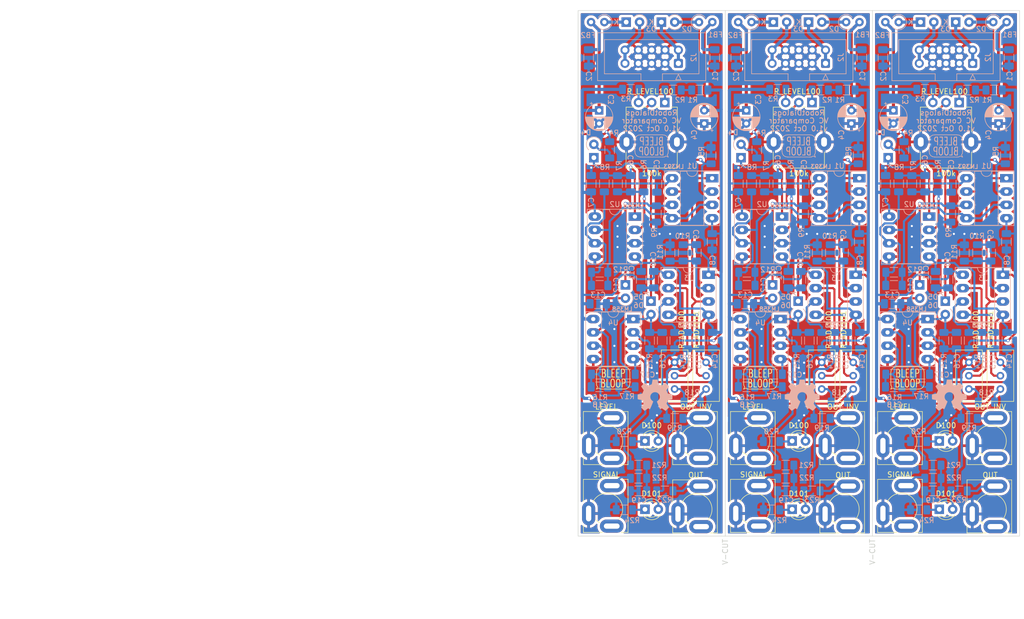
<source format=kicad_pcb>
(kicad_pcb (version 20211014) (generator pcbnew)
  (title_block (title "VC Comparator") (date "2022-10-09") (rev "1.0") (company "RobotDialogs"))
  (layers (0 "F.Cu" signal) (31 "B.Cu" signal) (34 "B.Paste" user) (35 "F.Paste" user) (36 "B.SilkS" user "B.Silkscreen") (37 "F.SilkS" user "F.Silkscreen") (38 "B.Mask" user) (39 "F.Mask" user) (44 "Edge.Cuts" user))
  (net 0 "")
  (net 1 "+12V")
  (net 2 "GND")
  (net 3 "-12V")
  (net 4 "-12VA")
  (net 5 "Net-(D3-Pad1)")
  (net 6 "+12VA")
  (net 7 "Net-(D4-Pad1)")
  (net 8 "Net-(D5-Pad1)")
  (net 9 "Net-(C15-Pad1)")
  (net 10 "Net-(C15-Pad2)")
  (net 11 "Net-(C16-Pad1)")
  (net 12 "Net-(C16-Pad2)")
  (net 13 "Net-(C18-Pad1)")
  (net 14 "Net-(C18-Pad2)")
  (net 15 "Net-(C19-Pad1)")
  (net 16 "Net-(D6-Pad1)")
  (net 17 "Net-(C6-Pad1)")
  (net 18 "Net-(C6-Pad2)")
  (net 19 "Net-(C9-Pad2)")
  (net 20 "Net-(C9-Pad1)")
  (net 21 "Net-(C12-Pad1)")
  (net 22 "Net-(C12-Pad2)")
  (net 23 "Net-(D2-Pad2)")
  (net 24 "Net-(D4-Pad2)")
  (net 25 "Net-(D100-Pad1)")
  (net 26 "Net-(D101-Pad1)")
  (net 28 "Net-(J100-PadT)")
  (net 30 "Net-(J101-PadT)")
  (net 32 "Net-(J102-PadT)")
  (net 34 "Net-(J103-PadT)")
  (net 35 "Net-(R2-Pad2)")
  (net 36 "Net-(R2-Pad1)")
  (net 37 "Net-(R3-Pad2)")
  (net 38 "Net-(R18-Pad2)")
  (net 39 "Net-(R_ADJ100-Pad2)")
  (net 40 "Net-(R_ADJ101-Pad2)")
  (footprint "Potentiometer_THT:Potentiometer_Bourns_3296W_Vertical" (layer "F.Cu") (at 220.35 116.94 90)
    (fp_text reference "R_ADJ101")
    (fp_text value "100k")
  )
  (footprint "My Stuff:Jack_3.5mm_MJ-355W_Vertical" (layer "F.Cu") (at 162.5 131.9)
    (fp_text reference "J101")
    (fp_text value "OUT_INV")
  )
  (footprint "Potentiometer_THT:Potentiometer_Bourns_3296W_Vertical" (layer "F.Cu") (at 186.36 116.94 90)
    (fp_text reference "R_ADJ100")
    (fp_text value "100k")
  )
  (footprint "LED_THT:LED_D3.0mm" (layer "F.Cu") (at 208.725 131.9)
    (fp_text reference "D100")
    (fp_text value "LED")
  )
  (footprint "My Stuff:Jack_3.5mm_MJ-355W_Vertical" (layer "F.Cu") (at 173.5 144.8)
    (fp_text reference "J102")
    (fp_text value "SIGNAL")
  )
  (footprint "My Stuff:Potentiometer_Alpha_RD901F-40-00D_Single_Vertical_w_3d" (layer "F.Cu") (at 182 75 -90)
    (fp_text reference "R_LEVEL100")
    (fp_text value "100k")
  )
  (footprint "Potentiometer_THT:Potentiometer_Bourns_3296W_Vertical" (layer "F.Cu") (at 158.36 116.94 90)
    (fp_text reference "R_ADJ100")
    (fp_text value "100k")
  )
  (footprint "My Stuff:Logo1" (layer "F.Cu") (at 202.65 119.9)
    (fp_text reference "LOGO101" hide)
    (fp_text value "logo1" hide)
  )
  (footprint "My Stuff:Logo2" (layer "F.Cu") (at 182 75.75)
    (fp_text reference "LOGO102" hide)
    (fp_text value "logo1" hide)
  )
  (footprint "LED_THT:LED_D3.0mm" (layer "F.Cu") (at 152.725 131.9)
    (fp_text reference "D100")
    (fp_text value "LED")
  )
  (footprint "My Stuff:Jack_3.5mm_MJ-355W_Vertical" (layer "F.Cu") (at 190.5 144.9)
    (fp_text reference "J103")
    (fp_text value "OUT")
  )
  (footprint "My Stuff:Logo1" (layer "F.Cu") (at 146.65 119.9)
    (fp_text reference "LOGO101" hide)
    (fp_text value "logo1" hide)
  )
  (footprint "LED_THT:LED_D3.0mm" (layer "F.Cu") (at 180.725 131.9)
    (fp_text reference "D100")
    (fp_text value "LED")
  )
  (footprint "My Stuff:Jack_3.5mm_MJ-355W_Vertical" (layer "F.Cu") (at 162.5 144.9)
    (fp_text reference "J103")
    (fp_text value "OUT")
  )
  (footprint "My Stuff:Jack_3.5mm_MJ-355W_Vertical" (layer "F.Cu") (at 201.5 144.8)
    (fp_text reference "J102")
    (fp_text value "SIGNAL")
  )
  (footprint "Potentiometer_THT:Potentiometer_Bourns_3296W_Vertical" (layer "F.Cu") (at 192.35 116.94 90)
    (fp_text reference "R_ADJ101")
    (fp_text value "100k")
  )
  (footprint "My Stuff:Jack_3.5mm_MJ-355W_Vertical" (layer "F.Cu") (at 173.5 131.9)
    (fp_text reference "J100")
    (fp_text value "LEVEL")
  )
  (footprint "My Stuff:Jack_3.5mm_MJ-355W_Vertical" (layer "F.Cu") (at 145.5 131.9)
    (fp_text reference "J100")
    (fp_text value "LEVEL")
  )
  (footprint "My Stuff:Potentiometer_Alpha_RD901F-40-00D_Single_Vertical_w_3d" (layer "F.Cu") (at 154 75 -90)
    (fp_text reference "R_LEVEL100")
    (fp_text value "100k")
  )
  (footprint "My Stuff:Jack_3.5mm_MJ-355W_Vertical" (layer "F.Cu") (at 145.5 144.8)
    (fp_text reference "J102")
    (fp_text value "SIGNAL")
  )
  (footprint "My Stuff:Jack_3.5mm_MJ-355W_Vertical" (layer "F.Cu") (at 190.5 131.9)
    (fp_text reference "J101")
    (fp_text value "OUT_INV")
  )
  (footprint "LED_THT:LED_D3.0mm" (layer "F.Cu") (at 152.725 144.9)
    (fp_text reference "D101")
    (fp_text value "LED")
  )
  (footprint "My Stuff:Logo2" (layer "F.Cu") (at 210 75.75)
    (fp_text reference "LOGO102" hide)
    (fp_text value "logo1" hide)
  )
  (footprint "My Stuff:Jack_3.5mm_MJ-355W_Vertical" (layer "F.Cu") (at 218.5 131.9)
    (fp_text reference "J101")
    (fp_text value "OUT_INV")
  )
  (footprint "My Stuff:Logo1" (layer "F.Cu") (at 174.65 119.9)
    (fp_text reference "LOGO101" hide)
    (fp_text value "logo1" hide)
  )
  (footprint "My Stuff:Jack_3.5mm_MJ-355W_Vertical" (layer "F.Cu") (at 218.5 144.9)
    (fp_text reference "J103")
    (fp_text value "OUT")
  )
  (footprint "LED_THT:LED_D3.0mm" (layer "F.Cu") (at 180.725 144.9)
    (fp_text reference "D101")
    (fp_text value "LED")
  )
  (footprint "My Stuff:Jack_3.5mm_MJ-355W_Vertical" (layer "F.Cu") (at 201.5 131.9)
    (fp_text reference "J100")
    (fp_text value "LEVEL")
  )
  (footprint "Potentiometer_THT:Potentiometer_Bourns_3296W_Vertical" (layer "F.Cu") (at 214.36 116.94 90)
    (fp_text reference "R_ADJ100")
    (fp_text value "100k")
  )
  (footprint "Potentiometer_THT:Potentiometer_Bourns_3296W_Vertical" (layer "F.Cu") (at 164.35 116.94 90)
    (fp_text reference "R_ADJ101")
    (fp_text value "100k")
  )
  (footprint "My Stuff:Potentiometer_Alpha_RD901F-40-00D_Single_Vertical_w_3d" (layer "F.Cu") (at 210 75 -90)
    (fp_text reference "R_LEVEL100")
    (fp_text value "100k")
  )
  (footprint "My Stuff:Logo2" (layer "F.Cu") (at 154 75.75)
    (fp_text reference "LOGO102" hide)
    (fp_text value "logo1" hide)
  )
  (footprint "LED_THT:LED_D3.0mm" (layer "F.Cu") (at 208.725 144.9)
    (fp_text reference "D101")
    (fp_text value "LED")
  )
  (footprint "Capacitor_THT:CP_Radial_D5.0mm_P2.50mm" (layer "B.Cu") (at 192 71.5 90)
    (fp_text reference "C4")
    (fp_text value "100uF")
  )
  (footprint "Diode_THT:D_A-405_P2.54mm_Vertical_KathodeUp" (layer "B.Cu") (at 183.85 52.2)
    (fp_text reference "D2")
    (fp_text value "D")
  )
  (footprint "Capacitor_THT:CP_Radial_D5.0mm_P2.50mm" (layer "B.Cu") (at 200 69 -90)
    (fp_text reference "C3")
    (fp_text value "100uF")
  )
  (footprint "Package_DIP:DIP-8_W7.62mm_Socket_LongPads" (layer "B.Cu") (at 164.82 100.28 180)
    (fp_text reference "U3")
    (fp_text value "LM358")
  )
  (footprint "Resistor_SMD:R_1206_3216Metric_Pad1.30x1.75mm_HandSolder" (layer "B.Cu") (at 210.9 88.7 90)
    (fp_text reference "R9")
    (fp_text value "100k")
  )
  (footprint "Resistor_SMD:R_1206_3216Metric_Pad1.30x1.75mm_HandSolder" (layer "B.Cu") (at 201 82.95 90)
    (fp_text reference "R8")
    (fp_text value "100k")
  )
  (footprint "Resistor_SMD:R_1206_3216Metric_Pad1.30x1.75mm_HandSolder" (layer "B.Cu") (at 145 82.95 90)
    (fp_text reference "R8")
    (fp_text value "100k")
  )
  (footprint "Resistor_SMD:R_1206_3216Metric_Pad1.30x1.75mm_HandSolder" (layer "B.Cu") (at 158.08 65.12)
    (fp_text reference "R2")
    (fp_text value "100k")
  )
  (footprint "Resistor_SMD:R_1206_3216Metric_Pad1.30x1.75mm_HandSolder" (layer "B.Cu") (at 156.5 141.4)
    (fp_text reference "R23")
    (fp_text value "1k")
  )
  (footprint "Capacitor_SMD:C_1206_3216Metric_Pad1.33x1.80mm_HandSolder" (layer "B.Cu") (at 190.5 96.1 -90)
    (fp_text reference "C9")
    (fp_text value "10pF")
  )
  (footprint "Capacitor_SMD:C_1206_3216Metric_Pad1.33x1.80mm_HandSolder" (layer "B.Cu") (at 155 83 -90)
    (fp_text reference "C5")
    (fp_text value "10nF")
  )
  (footprint "Resistor_SMD:R_1206_3216Metric_Pad1.30x1.75mm_HandSolder" (layer "B.Cu") (at 202 76.5 -90)
    (fp_text reference "R4")
    (fp_text value "1k")
  )
  (footprint "Capacitor_SMD:C_1206_3216Metric_Pad1.33x1.80mm_HandSolder" (layer "B.Cu") (at 163.17 112.8 90)
    (fp_text reference "C15")
    (fp_text value "10pF")
  )
  (footprint "Capacitor_SMD:C_1206_3216Metric_Pad1.33x1.80mm_HandSolder" (layer "B.Cu") (at 199.84 105.79 180)
    (fp_text reference "C13")
    (fp_text value "10nF")
  )
  (footprint "Package_DIP:DIP-8_W7.62mm_Socket_LongPads" (layer "B.Cu") (at 221.5 81.9 180)
    (fp_text reference "U1")
    (fp_text value "LM393")
  )
  (footprint "Diode_THT:D_A-405_P2.54mm_Vertical_KathodeUp" (layer "B.Cu") (at 205 102.2 -90)
    (fp_text reference "D5")
    (fp_text value "D")
  )
  (footprint "Resistor_SMD:R_1206_3216Metric_Pad1.30x1.75mm_HandSolder" (layer "B.Cu") (at 158.4 127.6)
    (fp_text reference "R19")
    (fp_text value "1k")
  )
  (footprint "Capacitor_SMD:C_1206_3216Metric_Pad1.33x1.80mm_HandSolder" (layer "B.Cu") (at 198 59 -90)
    (fp_text reference "C2")
    (fp_text value "10nF")
  )
  (footprint "Resistor_SMD:R_1206_3216Metric_Pad1.30x1.75mm_HandSolder" (layer "B.Cu") (at 152.5 82.95 90)
    (fp_text reference "R6")
    (fp_text value "100k")
  )
  (footprint "Resistor_SMD:R_1206_3216Metric_Pad1.30x1.75mm_HandSolder" (layer "B.Cu") (at 186.4 112.8 -90)
    (fp_text reference "R14")
    (fp_text value "100k")
  )
  (footprint "Capacitor_SMD:C_1206_3216Metric_Pad1.33x1.80mm_HandSolder" (layer "B.Cu") (at 221.5 94 -90)
    (fp_text reference "C8")
    (fp_text value "10nF")
  )
  (footprint "Resistor_SMD:R_1206_3216Metric_Pad1.30x1.75mm_HandSolder" (layer "B.Cu") (at 207.5 139 180)
    (fp_text reference "R22")
    (fp_text value "820")
  )
  (footprint "Resistor_SMD:R_1206_3216Metric_Pad1.30x1.75mm_HandSolder" (layer "B.Cu") (at 179.5 136.5)
    (fp_text reference "R21")
    (fp_text value "100k")
  )
  (footprint "Diode_THT:D_A-405_P2.54mm_Vertical_KathodeUp" (layer "B.Cu") (at 177 102.2 -90)
    (fp_text reference "D5")
    (fp_text value "D")
  )
  (footprint "Capacitor_SMD:C_1206_3216Metric_Pad1.33x1.80mm_HandSolder" (layer "B.Cu") (at 149.3 119.2 180)
    (fp_text reference "C17")
    (fp_text value "10nF")
  )
  (footprint "Package_DIP:DIP-8_W7.62mm_Socket_LongPads" (layer "B.Cu") (at 206.8 89.2 180)
    (fp_text reference "U2")
    (fp_text value "LM358")
  )
  (footprint "Connector_IDC:IDC-Header_2x05_P2.54mm_Vertical" (layer "B.Cu") (at 187.08 60.0525 90)
    (fp_text reference "J2")
    (fp_text value "Conn_02x05_Odd_Even")
  )
  (footprint "Resistor_SMD:R_1206_3216Metric_Pad1.30x1.75mm_HandSolder" (layer "B.Cu") (at 177.3 121.6)
    (fp_text reference "R17")
    (fp_text value "100k")
  )
  (footprint "Capacitor_SMD:C_1206_3216Metric_Pad1.33x1.80mm_HandSolder" (layer "B.Cu") (at 172.05 121.6 180)
    (fp_text reference "C18")
    (fp_text value "10pF")
  )
  (footprint "Capacitor_SMD:C_1206_3216Metric_Pad1.33x1.80mm_HandSolder" (layer "B.Cu") (at 165.6 112.8 -90)
    (fp_text reference "C14")
    (fp_text value "10nF")
  )
  (footprint "Inductor_THT:L_Axial_L6.6mm_D2.7mm_P2.54mm_Vertical_Vishay_IM-2" (layer "B.Cu") (at 201 52.2 180)
    (fp_text reference "FB2")
    (fp_text value "FerriteBead")
  )
  (footprint "Capacitor_SMD:C_1206_3216Metric_Pad1.33x1.80mm_HandSolder" (layer "B.Cu") (at 200.1 102.3 180)
    (fp_text reference "C12")
    (fp_text value "100nF")
  )
  (footprint "Resistor_SMD:R_1206_3216Metric_Pad1.30x1.75mm_HandSolder" (layer "B.Cu") (at 150 65)
    (fp_text reference "R3")
    (fp_text value "10k")
  )
  (footprint "Capacitor_SMD:C_1206_3216Metric_Pad1.33x1.80mm_HandSolder" (layer "B.Cu") (at 193.6 112.8 -90)
    (fp_text reference "C14")
    (fp_text value "10nF")
  )
  (footprint "Resistor_SMD:R_1206_3216Metric_Pad1.30x1.75mm_HandSolder" (layer "B.Cu") (at 176.8 145)
    (fp_text reference "R24")
    (fp_text value "1k")
  )
  (footprint "Resistor_SMD:R_1206_3216Metric_Pad1.30x1.75mm_HandSolder" (layer "B.Cu") (at 154.9 88.7 90)
    (fp_text reference "R9")
    (fp_text value "100k")
  )
  (footprint "Capacitor_SMD:C_1206_3216Metric_Pad1.33x1.80mm_HandSolder" (layer "B.Cu") (at 182.4 101.2 90)
    (fp_text reference "C10")
    (fp_text value "10nF")
  )
  (footprint "Capacitor_SMD:C_1206_3216Metric_Pad1.33x1.80mm_HandSolder" (layer "B.Cu") (at 143.84 105.79 180)
    (fp_text reference "C13")
    (fp_text value "10nF")
  )
  (footprint "Resistor_SMD:R_1206_3216Metric_Pad1.30x1.75mm_HandSolder" (layer "B.Cu") (at 216 96.1 -90)
    (fp_text reference "R10")
    (fp_text value "100k")
  )
  (footprint "Capacitor_SMD:C_1206_3216Metric_Pad1.33x1.80mm_HandSolder" (layer "B.Cu") (at 172.1 102.3 180)
    (fp_text reference "C12")
    (fp_text value "100nF")
  )
  (footprint "Resistor_SMD:R_1206_3216Metric_Pad1.30x1.75mm_HandSolder" (layer "B.Cu") (at 163.16 65.12)
    (fp_text reference "R1")
    (fp_text value "10k")
  )
  (footprint "Capacitor_SMD:C_1206_3216Metric_Pad1.33x1.80mm_HandSolder" (layer "B.Cu") (at 150 82.95 -90)
    (fp_text reference "C6")
    (fp_text value "100nF")
  )
  (footprint "Resistor_SMD:R_1206_3216Metric_Pad1.30x1.75mm_HandSolder" (layer "B.Cu") (at 200.1 99.8 180)
    (fp_text reference "R12")
    (fp_text value "100k")
  )
  (footprint "Capacitor_SMD:C_1206_3216Metric_Pad1.33x1.80mm_HandSolder" (layer "B.Cu") (at 171.84 105.79 180)
    (fp_text reference "C13")
    (fp_text value "10nF")
  )
  (footprint "Resistor_SMD:R_1206_3216Metric_Pad1.30x1.75mm_HandSolder" (layer "B.Cu") (at 206 65)
    (fp_text reference "R3")
    (fp_text value "10k")
  )
  (footprint "Capacitor_SMD:C_1206_3216Metric_Pad1.33x1.80mm_HandSolder" (layer "B.Cu") (at 144.1 102.3 180)
    (fp_text reference "C12")
    (fp_text value "100nF")
  )
  (footprint "Resistor_SMD:R_1206_3216Metric_Pad1.30x1.75mm_HandSolder" (layer "B.Cu") (at 214.4 112.8 -90)
    (fp_text reference "R14")
    (fp_text value "100k")
  )
  (footprint "Capacitor_SMD:C_1206_3216Metric_Pad1.33x1.80mm_HandSolder" (layer "B.Cu") (at 212 112.8 -90)
    (fp_text reference "C16")
    (fp_text value "10pF")
  )
  (footprint "Resistor_SMD:R_1206_3216Metric_Pad1.30x1.75mm_HandSolder" (layer "B.Cu") (at 146 76.5 -90)
    (fp_text reference "R4")
    (fp_text value "1k")
  )
  (footprint "Capacitor_SMD:C_1206_3216Metric_Pad1.33x1.80mm_HandSolder" (layer "B.Cu") (at 219.17 112.8 90)
    (fp_text reference "C15")
    (fp_text value "10pF")
  )
  (footprint "Diode_THT:D_A-405_P2.54mm_Vertical_KathodeUp" (layer "B.Cu") (at 205.15 52.2)
    (fp_text reference "D3")
    (fp_text value "D")
  )
  (footprint "Capacitor_SMD:C_1206_3216Metric_Pad1.33x1.80mm_HandSolder" (layer "B.Cu") (at 193.5 94 -90)
    (fp_text reference "C8")
    (fp_text value "10nF")
  )
  (footprint "Package_DIP:DIP-8_W7.62mm_Socket_LongPads" (layer "B.Cu") (at 150.5 108.7 180)
    (fp_text reference "U4")
    (fp_text value "LM358")
  )
  (footprint "Resistor_SMD:R_1206_3216Metric_Pad1.30x1.75mm_HandSolder" (layer "B.Cu") (at 172.1 119.2 180)
    (fp_text reference "R16")
    (fp_text value "100k")
  )
  (footprint "Resistor_SMD:R_1206_3216Metric_Pad1.30x1.75mm_HandSolder" (layer "B.Cu") (at 180.5 82.95 90)
    (fp_text reference "R6")
    (fp_text value "100k")
  )
  (footprint "Resistor_SMD:R_1206_3216Metric_Pad1.30x1.75mm_HandSolder" (layer "B.Cu") (at 193.3 77.6 90)
    (fp_text reference "R5")
    (fp_text value "100k")
  )
  (footprint "Capacitor_SMD:C_1206_3216Metric_Pad1.33x1.80mm_HandSolder" (layer "B.Cu") (at 170 59 -90)
    (fp_text reference "C2")
    (fp_text value "10nF")
  )
  (footprint "Resistor_SMD:R_1206_3216Metric_Pad1.30x1.75mm_HandSolder" (layer "B.Cu") (at 175.5 82.95 -90)
    (fp_text reference "R7")
    (fp_text value "100k")
  )
  (footprint "Resistor_SMD:R_1206_3216Metric_Pad1.30x1.75mm_HandSolder" (layer "B.Cu") (at 221.3 77.6 90)
    (fp_text reference "R5")
    (fp_text value "100k")
  )
  (footprint "Resistor_SMD:R_1206_3216Metric_Pad1.30x1.75mm_HandSolder" (layer "B.Cu") (at 147.5 82.95 -90)
    (fp_text reference "R7")
    (fp_text value "100k")
  )
  (footprint "Resistor_SMD:R_1206_3216Metric_Pad1.30x1.75mm_HandSolder" (layer "B.Cu") (at 179.5 139 180)
    (fp_text reference "R22")
    (fp_text value "820")
  )
  (footprint "Resistor_SMD:R_1206_3216Metric_Pad1.30x1.75mm_HandSolder" (layer "B.Cu") (at 207.5 136.5)
    (fp_text reference "R21")
    (fp_text value "100k")
  )
  (footprint "Diode_THT:D_A-405_P2.54mm_Vertical_KathodeUp" (layer "B.Cu") (at 143 78 90)
    (fp_text reference "D4")
    (fp_text value "D")
  )
  (footprint "Connector_IDC:IDC-Header_2x05_P2.54mm_Vertical" (layer "B.Cu") (at 215.08 60.0525 90)
    (fp_text reference "J2")
    (fp_text value "Conn_02x05_Odd_Even")
  )
  (footprint "Resistor_SMD:R_1206_3216Metric_Pad1.30x1.75mm_HandSolder" (layer "B.Cu") (at 157.5 96.12 90)
    (fp_text reference "R11")
    (fp_text value "100k")
  )
  (footprint "Resistor_SMD:R_1206_3216Metric_Pad1.30x1.75mm_HandSolder" (layer "B.Cu") (at 160 96.1 -90)
    (fp_text reference "R10")
    (fp_text value "100k")
  )
  (footprint "Resistor_SMD:R_1206_3216Metric_Pad1.30x1.75mm_HandSolder" (layer "B.Cu") (at 216.77 112.8 90)
    (fp_text reference "R13")
    (fp_text value "100k")
  )
  (footprint "Resistor_SMD:R_1206_3216Metric_Pad1.30x1.75mm_HandSolder" (layer "B.Cu") (at 148.8 145)
    (fp_text reference "R24")
    (fp_text value "1k")
  )
  (footprint "Resistor_SMD:R_1206_3216Metric_Pad1.30x1.75mm_HandSolder" (layer "B.Cu") (at 173 82.95 90)
    (fp_text reference "R8")
    (fp_text value "100k")
  )
  (footprint "Capacitor_SMD:C_1206_3216Metric_Pad1.33x1.80mm_HandSolder" (layer "B.Cu") (at 211 83 -90)
    (fp_text reference "C5")
    (fp_text value "10nF")
  )
  (footprint "Resistor_SMD:R_1206_3216Metric_Pad1.30x1.75mm_HandSolder" (layer "B.Cu") (at 185.5 96.12 90)
    (fp_text reference "R11")
    (fp_text value "100k")
  )
  (footprint "Capacitor_SMD:C_1206_3216Metric_Pad1.33x1.80mm_HandSolder" (layer "B.Cu") (at 208 101.2 -90)
    (fp_text reference "C11")
    (fp_text value "10nF")
  )
  (footprint "Resistor_SMD:R_1206_3216Metric_Pad1.30x1.75mm_HandSolder" (layer "B.Cu") (at 184.5 141.4)
    (fp_text reference "R23")
    (fp_text value "1k")
  )
  (footprint "Capacitor_SMD:C_1206_3216Metric_Pad1.33x1.80mm_HandSolder" (layer "B.Cu") (at 222 59 90)
    (fp_text reference "C1")
    (fp_text value "10nF")
  )
  (footprint "Symbol:OSHW-Symbol_6.7x6mm_SilkScreen" (layer "B.Cu") (at 210.65 123.2 180)
    (fp_text reference "LOGO100" hide)
    (fp_text value "Logo_Open_Hardware_Small" hide)
  )
  (footprint "Connector_IDC:IDC-Header_2x05_P2.54mm_Vertical" (layer "B.Cu") (at 159.08 60.0525 90)
    (fp_text reference "J2")
    (fp_text value "Conn_02x05_Odd_Even")
  )
  (footprint "Inductor_THT:L_Axial_L6.6mm_D2.7mm_P2.54mm_Vertical_Vishay_IM-2" (layer "B.Cu") (at 173 52.2 180)
    (fp_text reference "FB2")
    (fp_text value "FerriteBead")
  )
  (footprint "Resistor_SMD:R_1206_3216Metric_Pad1.30x1.75mm_HandSolder" (layer "B.Cu") (at 188.77 112.8 90)
    (fp_text reference "R13")
    (fp_text value "100k")
  )
  (footprint "Resistor_SMD:R_1206_3216Metric_Pad1.30x1.75mm_HandSolder" (layer "B.Cu") (at 204.8 145)
    (fp_text reference "R24")
    (fp_text value "1k")
  )
  (footprint "Diode_THT:D_A-405_P2.54mm_Vertical_KathodeUp" (layer "B.Cu") (at 149.15 52.2)
    (fp_text reference "D3")
    (fp_text value "D")
  )
  (footprint "Capacitor_SMD:C_1206_3216Metric_Pad1.33x1.80mm_HandSolder" (layer "B.Cu") (at 210.4 101.2 90)
    (fp_text reference "C10")
    (fp_text value "10nF")
  )
  (footprint "Diode_THT:D_A-405_P2.54mm_Vertical_KathodeUp" (layer "B.Cu") (at 211.85 52.2)
    (fp_text reference "D2")
    (fp_text value "D")
  )
  (footprint "Diode_THT:D_A-405_P2.54mm_Vertical_KathodeUp" (layer "B.Cu") (at 155.85 52.2)
    (fp_text reference "D2")
    (fp_text value "D")
  )
  (footprint "Package_DIP:DIP-8_W7.62mm_Socket_LongPads" (layer "B.Cu") (at 165.5 81.9 180)
    (fp_text reference "U1")
    (fp_text value "LM393")
  )
  (footprint "Package_DIP:DIP-8_W7.62mm_Socket_LongPads" (layer "B.Cu") (at 206.5 108.7 180)
    (fp_text reference "U4")
    (fp_text value "LM358")
  )
  (footprint "Resistor_SMD:R_1206_3216Metric_Pad1.30x1.75mm_HandSolder" (layer "B.Cu") (at 151.5 139 180)
    (fp_text reference "R22")
    (fp_text value "820")
  )
  (footprint "Resistor_SMD:R_1206_3216Metric_Pad1.30x1.75mm_HandSolder" (layer "B.Cu") (at 191.16 65.12)
    (fp_text reference "R1")
    (fp_text value "10k")
  )
  (footprint "Capacitor_SMD:C_1206_3216Metric_Pad1.33x1.80mm_HandSolder" (layer "B.Cu") (at 142.5 82.95 -90)
    (fp_text reference "C7")
    (fp_text value "10nF")
  )
  (footprint "Capacitor_SMD:C_1206_3216Metric_Pad1.33x1.80mm_HandSolder" (layer "B.Cu") (at 184 112.8 -90)
    (fp_text reference "C16")
    (fp_text value "10pF")
  )
  (footprint "Resistor_SMD:R_1206_3216Metric_Pad1.30x1.75mm_HandSolder" (layer "B.Cu") (at 219.16 65.12)
    (fp_text reference "R1")
    (fp_text value "10k")
  )
  (footprint "Resistor_SMD:R_1206_3216Metric_Pad1.30x1.75mm_HandSolder" (layer "B.Cu") (at 144.1 99.8 180)
    (fp_text reference "R12")
    (fp_text value "100k")
  )
  (footprint "Resistor_SMD:R_1206_3216Metric_Pad1.30x1.75mm_HandSolder" (layer "B.Cu") (at 203.5 82.95 -90)
    (fp_text reference "R7")
    (fp_text value "100k")
  )
  (footprint "Diode_THT:D_A-405_P2.54mm_Vertical_KathodeUp" (layer "B.Cu") (at 209.87 105.29 -90)
    (fp_text reference "D6")
    (fp_text value "D")
  )
  (footprint "Capacitor_SMD:C_1206_3216Metric_Pad1.33x1.80mm_HandSolder" (layer "B.Cu") (at 194 59 90)
    (fp_text reference "C1")
    (fp_text value "10nF")
  )
  (footprint "Capacitor_SMD:C_1206_3216Metric_Pad1.33x1.80mm_HandSolder" (layer "B.Cu") (at 198.5 82.95 -90)
    (fp_text reference "C7")
    (fp_text value "10nF")
  )
  (footprint "Resistor_SMD:R_1206_3216Metric_Pad1.30x1.75mm_HandSolder" (layer "B.Cu") (at 178 65)
    (fp_text reference "R3")
    (fp_text value "10k")
  )
  (footprint "Diode_THT:D_A-405_P2.54mm_Vertical_KathodeUp" (layer "B.Cu") (at 199 78 90)
    (fp_text reference "D4")
    (fp_text value "D")
  )
  (footprint "Resistor_SMD:R_1206_3216Metric_Pad1.30x1.75mm_HandSolder" (layer "B.Cu") (at 172.1 99.8 180)
    (fp_text reference "R12")
    (fp_text value "100k")
  )
  (footprint "Capacitor_SMD:C_1206_3216Metric_Pad1.33x1.80mm_HandSolder" (layer "B.Cu") (at 165.5 94 -90)
    (fp_text reference "C8")
    (fp_text value "10nF")
  )
  (footprint "Resistor_SMD:R_1206_3216Metric_Pad1.30x1.75mm_HandSolder" (layer "B.Cu") (at 151.5 136.5)
    (fp_text reference "R21")
    (fp_text value "100k")
  )
  (footprint "Resistor_SMD:R_1206_3216Metric_Pad1.30x1.75mm_HandSolder" (layer "B.Cu") (at 214.08 65.12)
    (fp_text reference "R2")
    (fp_text value "100k")
  )
  (footprint "Capacitor_SMD:C_1206_3216Metric_Pad1.33x1.80mm_HandSolder" (layer "B.Cu") (at 221.6 112.8 -90)
    (fp_text reference "C14")
    (fp_text value "10nF")
  )
  (footprint "Package_DIP:DIP-8_W7.62mm_Socket_LongPads" (layer "B.Cu") (at 178.8 89.2 180)
    (fp_text reference "U2")
    (fp_text value "LM358")
  )
  (footprint "Capacitor_THT:CP_Radial_D5.0mm_P2.50mm" (layer "B.Cu") (at 144 69 -90)
    (fp_text reference "C3")
    (fp_text value "100uF")
  )
  (footprint "Resistor_SMD:R_1206_3216Metric_Pad1.30x1.75mm_HandSolder" (layer "B.Cu") (at 165.3 77.6 90)
    (fp_text reference "R5")
    (fp_text value "100k")
  )
  (footprint "Capacitor_SMD:C_1206_3216Metric_Pad1.33x1.80mm_HandSolder" (layer "B.Cu") (at 206 82.95 -90)
    (fp_text reference "C6")
    (fp_text value "100nF")
  )
  (footprint "Package_DIP:DIP-8_W7.62mm_Socket_LongPads" (layer "B.Cu") (at 193.5 81.9 180)
    (fp_text reference "U1")
    (fp_text value "LM393")
  )
  (footprint "Resistor_SMD:R_1206_3216Metric_Pad1.30x1.75mm_HandSolder" (layer "B.Cu") (at 161.7 124.5 180)
    (fp_text reference "R18")
    (fp_text value "100k")
  )
  (footprint "Capacitor_SMD:C_1206_3216Metric_Pad1.33x1.80mm_HandSolder" (layer "B.Cu") (at 191.17 112.8 90)
    (fp_text reference "C15")
    (fp_text value "10pF")
  )
  (footprint "Resistor_SMD:R_1206_3216Metric_Pad1.30x1.75mm_HandSolder" (layer "B.Cu") (at 212.5 141.4)
    (fp_text reference "R23")
    (fp_text value "1k")
  )
  (footprint "Resistor_SMD:R_1206_3216Metric_Pad1.30x1.75mm_HandSolder" (layer "B.Cu") (at 144.1 119.2 180)
    (fp_text reference "R16")
    (fp_text value "100k")
  )
  (footprint "Inductor_THT:L_Axial_L6.6mm_D2.7mm_P2.54mm_Vertical_Vishay_IM-2" (layer "B.Cu") (at 219 52.2)
    (fp_text reference "FB1")
    (fp_text value "FerriteBead")
  )
  (footprint "Capacitor_SMD:C_1206_3216Metric_Pad1.33x1.80mm_HandSolder" (layer "B.Cu") (at 180 101.2 -90)
    (fp_text reference "C11")
    (fp_text value "10nF")
  )
  (footprint "Resistor_SMD:R_1206_3216Metric_Pad1.30x1.75mm_HandSolder" (layer "B.Cu") (at 214.4 127.6)
    (fp_text reference "R19")
    (fp_text value "1k")
  )
  (footprint "Capacitor_SMD:C_1206_3216Metric_Pad1.33x1.80mm_HandSolder" (layer "B.Cu") (at 170.5 82.95 -90)
    (fp_text reference "C7")
    (fp_text value "10nF")
  )
  (footprint "Resistor_SMD:R_1206_3216Metric_Pad1.30x1.75mm_HandSolder" (layer "B.Cu") (at 209.6 112.8 -90)
    (fp_text reference "R15")
    (fp_text value "100k")
  )
  (footprint "Capacitor_SMD:C_1206_3216Metric_Pad1.33x1.80mm_HandSolder" (layer "B.Cu") (at 154.4 101.2 90)
    (fp_text reference "C10")
    (fp_text value "10nF")
  )
  (footprint "Capacitor_THT:CP_Radial_D5.0mm_P2.50mm" (layer "B.Cu") (at 220 71.5 90)
    (fp_text reference "C4")
    (fp_text value "100uF")
  )
  (footprint "Capacitor_THT:CP_Radial_D5.0mm_P2.50mm" (layer "B.Cu") (at 172 69 -90)
    (fp_text reference "C3")
    (fp_text value "100uF")
  )
  (footprint "Package_DIP:DIP-8_W7.62mm_Socket_LongPads" (layer "B.Cu") (at 192.82 100.28 180)
    (fp_text reference "U3")
    (fp_text value "LM358")
  )
  (footprint "Inductor_THT:L_Axial_L6.6mm_D2.7mm_P2.54mm_Vertical_Vishay_IM-2" (layer "B.Cu") (at 191 52.2)
    (fp_text reference "FB1")
    (fp_text value "FerriteBead")
  )
  (footprint "Resistor_SMD:R_1206_3216Metric_Pad1.30x1.75mm_HandSolder" (layer "B.Cu") (at 181.6 112.8 -90)
    (fp_text reference "R15")
    (fp_text value "100k")
  )
  (footprint "Capacitor_SMD:C_1206_3216Metric_Pad1.33x1.80mm_HandSolder" (layer "B.Cu") (at 177.3 119.2 180)
    (fp_text reference "C17")
    (fp_text value "10nF")
  )
  (footprint "Diode_THT:D_A-405_P2.54mm_Vertical_KathodeUp" (layer "B.Cu") (at 177.15 52.2)
    (fp_text reference "D3")
    (fp_text value "D")
  )
  (footprint "Package_DIP:DIP-8_W7.62mm_Socket_LongPads" (layer "B.Cu") (at 220.82 100.28 180)
    (fp_text reference "U3")
    (fp_text value "LM358")
  )
  (footprint "Package_DIP:DIP-8_W7.62mm_Socket_LongPads" (layer "B.Cu") (at 178.5 108.7 180)
    (fp_text reference "U4")
    (fp_text value "LM358")
  )
  (footprint "Capacitor_SMD:C_1206_3216Metric_Pad1.33x1.80mm_HandSolder" (layer "B.Cu") (at 218.5 96.1 -90)
    (fp_text reference "C9")
    (fp_text value "10pF")
  )
  (footprint "Resistor_SMD:R_1206_3216Metric_Pad1.30x1.75mm_HandSolder" (layer "B.Cu") (at 174 76.5 -90)
    (fp_text reference "R4")
    (fp_text value "1k")
  )
  (footprint "Resistor_SMD:R_1206_3216Metric_Pad1.30x1.75mm_HandSolder" (layer "B.Cu") (at 186.08 65.12)
    (fp_text reference "R2")
    (fp_text value "100k")
  )
  (footprint "Resistor_SMD:R_1206_3216Metric_Pad1.30x1.75mm_HandSolder" (layer "B.Cu") (at 217.7 124.5 180)
    (fp_text reference "R18")
    (fp_text value "100k")
  )
  (footprint "Resistor_SMD:R_1206_3216Metric_Pad1.30x1.75mm_HandSolder" (layer "B.Cu") (at 158.4 112.8 -90)
    (fp_text reference "R14")
    (fp_text value "100k")
  )
  (footprint "Symbol:OSHW-Symbol_6.7x6mm_SilkScreen" (layer "B.Cu") (at 154.65 123.2 180)
    (fp_text reference "LOGO100" hide)
    (fp_text value "Logo_Open_Hardware_Small" hide)
  )
  (footprint "Capacitor_SMD:C_1206_3216Metric_Pad1.33x1.80mm_HandSolder" (layer "B.Cu") (at 142 59 -90)
    (fp_text reference "C2")
    (fp_text value "10nF")
  )
  (footprint "Resistor_SMD:R_1206_3216Metric_Pad1.30x1.75mm_HandSolder" (layer "B.Cu") (at 148.8 132)
    (fp_text reference "R20")
    (fp_text value "1k")
  )
  (footprint "Capacitor_SMD:C_1206_3216Metric_Pad1.33x1.80mm_HandSolder" (layer "B.Cu") (at 178 82.95 -90)
    (fp_text reference "C6")
    (fp_text value "100nF")
  )
  (footprint "Diode_THT:D_A-405_P2.54mm_Vertical_KathodeUp" (layer "B.Cu") (at 171 78 90)
    (fp_text reference "D4")
    (fp_text value "D")
  )
  (footprint "Capacitor_SMD:C_1206_3216Metric_Pad1.33x1.80mm_HandSolder" (layer "B.Cu") (at 179.5 141.4 180)
    (fp_text reference "C19")
    (fp_text value "10nF")
  )
  (footprint "Resistor_SMD:R_1206_3216Metric_Pad1.30x1.75mm_HandSolder" (layer "B.Cu") (at 160.77 112.8 90)
    (fp_text reference "R13")
    (fp_text value "100k")
  )
  (footprint "Resistor_SMD:R_1206_3216Metric_Pad1.30x1.75mm_HandSolder" (layer "B.Cu") (at 213.5 96.12 90)
    (fp_text reference "R11")
    (fp_text value "100k")
  )
  (footprint "Capacitor_SMD:C_1206_3216Metric_Pad1.33x1.80mm_HandSolder" (layer "B.Cu") (at 200.05 121.6 180)
    (fp_text reference "C18")
    (fp_text value "10pF")
  )
  (footprint "Diode_THT:D_A-405_P2.54mm_Vertical_KathodeUp" (layer "B.Cu") (at 149 102.2 -90)
    (fp_text reference "D5")
    (fp_text value "D")
  )
  (footprint "Capacitor_SMD:C_1206_3216Metric_Pad1.33x1.80mm_HandSolder" (layer "B.Cu") (at 156 112.8 -90)
    (fp_text reference "C16")
    (fp_text value "10pF")
  )
  (footprint "Capacitor_SMD:C_1206_3216Metric_Pad1.33x1.80mm_HandSolder" (layer "B.Cu") (at 152 101.2 -90)
    (fp_text reference "C11")
    (fp_text value "10nF")
  )
  (footprint "Capacitor_SMD:C_1206_3216Metric_Pad1.33x1.80mm_HandSolder" (layer "B.Cu") (at 166 59 90)
    (fp_text reference "C1")
    (fp_text value "10nF")
  )
  (footprint "Package_DIP:DIP-8_W7.62mm_Socket_LongPads" (layer "B.Cu") (at 150.8 89.2 180)
    (fp_text reference "U2")
    (fp_text value "LM358")
  )
  (footprint "Resistor_SMD:R_1206_3216Metric_Pad1.30x1.75mm_HandSolder" (layer "B.Cu") (at 176.8 132)
    (fp_text reference "R20")
    (fp_text value "1k")
  )
  (footprint "Resistor_SMD:R_1206_3216Metric_Pad1.30x1.75mm_HandSolder" (layer "B.Cu") (at 153.6 112.8 -90)
    (fp_text reference "R15")
    (fp_text value "100k")
  )
  (footprint "Resistor_SMD:R_1206_3216Metric_Pad1.30x1.75mm_HandSolder" (layer "B.Cu") (at 204.8 132)
    (fp_text reference "R20")
    (fp_text value "1k")
  )
  (footprint "Resistor_SMD:R_1206_3216Metric_Pad1.30x1.75mm_HandSolder" (layer "B.Cu") (at 188 96.1 -90)
    (fp_text reference "R10")
    (fp_text value "100k")
  )
  (footprint "Capacitor_THT:CP_Radial_D5.0mm_P2.50mm" (layer "B.Cu") (at 164 71.5 90)
    (fp_text reference "C4")
    (fp_text value "100uF")
  )
  (footprint "Resistor_SMD:R_1206_3216Metric_Pad1.30x1.75mm_HandSolder" (layer "B.Cu") (at 189.7 124.5 180)
    (fp_text reference "R18")
    (fp_text value "100k")
  )
  (footprint "Inductor_THT:L_Axial_L6.6mm_D2.7mm_P2.54mm_Vertical_Vishay_IM-2" (layer "B.Cu") (at 163 52.2)
    (fp_text reference "FB1")
    (fp_text value "FerriteBead")
  )
  (footprint "Resistor_SMD:R_1206_3216Metric_Pad1.30x1.75mm_HandSolder" (layer "B.Cu") (at 200.1 119.2 180)
    (fp_text reference "R16")
    (fp_text value "100k")
  )
  (footprint "Capacitor_SMD:C_1206_3216Metric_Pad1.33x1.80mm_HandSolder" (layer "B.Cu") (at 183 83 -90)
    (fp_text reference "C5")
    (fp_text value "10nF")
  )
  (footprint "Resistor_SMD:R_1206_3216Metric_Pad1.30x1.75mm_HandSolder" (layer "B.Cu") (at 186.4 127.6)
    (fp_text reference "R19")
    (fp_text value "1k")
  )
  (footprint "Resistor_SMD:R_1206_3216Metric_Pad1.30x1.75mm_HandSolder" (layer "B.Cu") (at 149.3 121.6)
    (fp_text reference "R17")
    (fp_text value "100k")
  )
  (footprint "Diode_THT:D_A-405_P2.54mm_Vertical_KathodeUp" (layer "B.Cu") (at 153.87 105.29 -90)
    (fp_text reference "D6")
    (fp_text value "D")
  )
  (footprint "Diode_THT:D_A-405_P2.54mm_Vertical_KathodeUp" (layer "B.Cu") (at 181.87 105.29 -90)
    (fp_text reference "D6")
    (fp_text value "D")
  )
  (footprint "Capacitor_SMD:C_1206_3216Metric_Pad1.33x1.80mm_HandSolder" (layer "B.Cu") (at 151.5 141.4 180)
    (fp_text reference "C19")
    (fp_text value "10nF")
  )
  (footprint "Resistor_SMD:R_1206_3216Metric_Pad1.30x1.75mm_HandSolder" (layer "B.Cu") (at 208.5 82.95 90)
    (fp_text reference "R6")
    (fp_text value "100k")
  )
  (footprint "Capacitor_SMD:C_1206_3216Metric_Pad1.33x1.80mm_HandSolder" (layer "B.Cu") (at 207.5 141.4 180)
    (fp_text reference "C19")
    (fp_text value "10nF")
  )
  (footprint "Resistor_SMD:R_1206_3216Metric_Pad1.30x1.75mm_HandSolder" (layer "B.Cu") (at 182.9 88.7 90)
    (fp_text reference "R9")
    (fp_text value "100k")
  )
  (footprint "Capacitor_SMD:C_1206_3216Metric_Pad1.33x1.80mm_HandSolder" (layer "B.Cu") (at 205.3 119.2 180)
    (fp_text reference "C17")
    (fp_text value "10nF")
  )
  (footprint "Inductor_THT:L_Axial_L6.6mm_D2.7mm_P2.54mm_Vertical_Vishay_IM-2" (layer "B.Cu") (at 145 52.2 180)
    (fp_text reference "FB2")
    (fp_text value "FerriteBead")
  )
  (footprint "Capacitor_SMD:C_1206_3216Metric_Pad1.33x1.80mm_HandSolder" (layer "B.Cu") (at 162.5 96.1 -90)
    (fp_text reference "C9")
    (fp_text value "10pF")
  )
  (footprint "Symbol:OSHW-Symbol_6.7x6mm_SilkScreen" (layer "B.Cu") (at 182.65 123.2 180)
    (fp_text reference "LOGO100" hide)
    (fp_text value "Logo_Open_Hardware_Small" hide)
  )
  (footprint "Resistor_SMD:R_1206_3216Metric_Pad1.30x1.75mm_HandSolder" (layer "B.Cu") (at 205.3 121.6)
    (fp_text reference "R17")
    (fp_text value "100k")
  )
  (footprint "Capacitor_SMD:C_1206_3216Metric_Pad1.33x1.80mm_HandSolder" (layer "B.Cu") (at 144.05 121.6 180)
    (fp_text reference "C18")
    (fp_text value "10pF")
  )
  (gr_rect (start 140 50) (end 224 150) (layer "Edge.Cuts") (width 0.1) (fill none))
  (gr_line (start 196 150) (end 196 50) (layer "Edge.Cuts") (width 0.1))
  (gr_line (start 168 50) (end 168 150) (layer "Edge.Cuts") (width 0.1))
  (gr_text "RobotDialogs\n" (at 210 69.45) (layer "B.SilkS") (effects (font (size 1 1)) (justify mirror)))
  (gr_text "LM393" (at 214.2 79.7) (layer "B.SilkS") (effects (font (size 0.8 0.8)) (justify mirror)))
  (gr_text "LM358" (at 204.4 106.8) (layer "B.SilkS") (effects (font (size 0.8 0.8)) (justify mirror)))
  (gr_text "LM358" (at 150.5 87.1) (layer "B.SilkS") (effects (font (size 0.8 0.8)) (justify mirror)))
  (gr_text "LM358" (at 178.5 87.1) (layer "B.SilkS") (effects (font (size 0.8 0.8)) (justify mirror)))
  (gr_text "v1.0 Oct 2022" (at 154 72.45) (layer "B.SilkS") (effects (font (size 1 1)) (justify mirror)))
  (gr_text "v1.0 Oct 2022" (at 210 72.45) (layer "B.SilkS") (effects (font (size 1 1)) (justify mirror)))
  (gr_text "LM393" (at 186.2 79.7) (layer "B.SilkS") (effects (font (size 0.8 0.8)) (justify mirror)))
  (gr_text "LM393" (at 158.2 79.7) (layer "B.SilkS") (effects (font (size 0.8 0.8)) (justify mirror)))
  (gr_text "v1.0 Oct 2022" (at 182 72.45) (layer "B.SilkS") (effects (font (size 1 1)) (justify mirror)))
  (gr_text "LM358" (at 148.4 106.8) (layer "B.SilkS") (effects (font (size 0.8 0.8)) (justify mirror)))
  (gr_text "RobotDialogs\n" (at 182 69.45) (layer "B.SilkS") (effects (font (size 1 1)) (justify mirror)))
  (gr_text "LM358" (at 206.5 87.1) (layer "B.SilkS") (effects (font (size 0.8 0.8)) (justify mirror)))
  (gr_text "VC Comparator" (at 182 70.95) (layer "B.SilkS") (effects (font (size 1 1)) (justify mirror)))
  (gr_text "LM358" (at 160.9 109.9) (layer "B.SilkS") (effects (font (size 0.8 0.8)) (justify mirror)))
  (gr_text "LM358" (at 188.9 109.9) (layer "B.SilkS") (effects (font (size 0.8 0.8)) (justify mirror)))
  (gr_text "VC Comparator" (at 210 70.95) (layer "B.SilkS") (effects (font (size 1 1)) (justify mirror)))
  (gr_text "RobotDialogs\n" (at 154 69.45) (layer "B.SilkS") (effects (font (size 1 1)) (justify mirror)))
  (gr_text "LM358" (at 216.9 109.9) (layer "B.SilkS") (effects (font (size 0.8 0.8)) (justify mirror)))
  (gr_text "LM358" (at 176.4 106.8) (layer "B.SilkS") (effects (font (size 0.8 0.8)) (justify mirror)))
  (gr_text "VC Comparator" (at 154 70.95) (layer "B.SilkS") (effects (font (size 1 1)) (justify mirror)))
  (gr_text "V-CUT" (at 168 153 90) (layer "Edge.Cuts") (effects (font (size 1 1))))
  (gr_text "V-CUT" (at 196 153 90) (layer "Edge.Cuts") (effects (font (size 1 1))))
  (segment (start 200 53.74) (end 200 69) (width 0.6) (layer "F.Cu") (net 1))
  (segment (start 199.1 124.8) (end 198.1 123.8) (width 0.4) (layer "F.Cu") (net 1))
  (segment (start 170.46 52.2) (end 172 53.74) (width 0.6) (layer "F.Cu") (net 1))
  (segment (start 217.57 124.8) (end 199.1 124.8) (width 0.4) (layer "F.Cu") (net 1))
  (segment (start 164.35 122.02) (end 161.57 124.8) (width 0.4) (layer "F.Cu") (net 1))
  (segment (start 144 53.74) (end 144 69) (width 0.6) (layer "F.Cu") (net 1))
  (segment (start 192.35 122.02) (end 189.57 124.8) (width 0.4) (layer "F.Cu") (net 1))
  (segment (start 189.57 124.8) (end 171.1 124.8) (width 0.4) (layer "F.Cu") (net 1))
  (segment (start 143.1 124.8) (end 142.1 123.8) (width 0.4) (layer "F.Cu") (net 1))
  (segment (start 220.35 122.02) (end 217.57 124.8) (width 0.4) (layer "F.Cu") (net 1))
  (segment (start 172 53.74) (end 172 69) (width 0.6) (layer "F.Cu") (net 1))
  (segment (start 161.57 124.8) (end 143.1 124.8) (width 0.4) (layer "F.Cu") (net 1))
  (segment (start 171.1 124.8) (end 170.1 123.8) (width 0.4) (layer "F.Cu") (net 1))
  (segment (start 142.46 52.2) (end 144 53.74) (width 0.6) (layer "F.Cu") (net 1))
  (segment (start 198.46 52.2) (end 200 53.74) (width 0.6) (layer "F.Cu") (net 1))
  (via (at 142.1 123.8) (size 0.6) (drill 0.4) (layers "F.Cu" "B.Cu") (net 1))
  (via (at 198.1 123.8) (size 0.6) (drill 0.4) (layers "F.Cu" "B.Cu") (net 1))
  (via (at 170.1 123.8) (size 0.6) (drill 0.4) (layers "F.Cu" "B.Cu") (net 1))
  (segment (start 211 82.9) (end 210.99998 82.89998) (width 0.4) (layer "B.Cu") (net 1))
  (segment (start 212.405 100.28) (end 213.2 100.28) (width 0.4) (layer "B.Cu") (net 1))
  (segment (start 175.2 103.4) (end 174.5 104.1) (width 0.4) (layer "B.Cu") (net 1))
  (segment (start 168.80002 69.19998) (end 168.80002 82.89998) (width 0.6) (layer "B.Cu") (net 1))
  (segment (start 143.9375 57.4375) (end 144 57.375) (width 0.6) (layer "B.Cu") (net 1))
  (segment (start 140.8 122.035021) (end 140.8 123.4) (width 0.6) (layer "B.Cu") (net 1))
  (segment (start 196.8 122.035021) (end 196.8 123.4) (width 0.6) (layer "B.Cu") (net 1))
  (segment (start 198.2775 105.79) (end 196.81004 105.79) (width 0.6) (layer "B.Cu") (net 1))
  (segment (start 172 57.375) (end 172 53.74) (width 0.6) (layer "B.Cu") (net 1))
  (segment (start 212.88002 82.89998) (end 213.88 81.9) (width 0.4) (layer "B.Cu") (net 1))
  (segment (start 140.80002 108.30002) (end 140.80002 122.035001) (width 0.6) (layer "B.Cu") (net 1))
  (segment (start 183 82.9) (end 182.99998 82.89998) (width 0.4) (layer "B.Cu") (net 1))
  (segment (start 140.8 123.4) (end 141.2 123.8) (width 0.6) (layer "B.Cu") (net 1))
  (segment (start 198.41252 84.59998) (end 198.5 84.5125) (width 0.6) (layer "B.Cu") (net 1))
  (segment (start 196.81004 105.79) (end 196.80002 105.80002) (width 0.6) (layer "B.Cu") (net 1))
  (segment (start 206.5 100.3) (end 204.3 100.3) (width 0.4) (layer "B.Cu") (net 1))
  (segment (start 210.4 99.6375) (end 211.7625 99.6375) (width 0.4) (layer "B.Cu") (net 1))
  (segment (start 154.4 99.6375) (end 155.7625 99.6375) (width 0.4) (layer "B.Cu") (net 1))
  (segment (start 154.4 99.6375) (end 154.4 100.8) (width 0.4) (layer "B.Cu") (net 1))
  (segment (start 178.5 100.3) (end 176.3 100.3) (width 0.4) (layer "B.Cu") (net 1))
  (segment (start 172 69) (end 169 69) (width 0.6) (layer "B.Cu") (net 1))
  (segment (start 141 69) (end 140.80002 69.19998) (width 0.6) (layer "B.Cu") (net 1))
  (segment (start 175.2 101.4) (end 175.2 103.4) (width 0.4) (layer "B.Cu") (net 1))
  (segment (start 176.3 100.3) (end 175.2 101.4) (width 0.4) (layer "B.Cu") (net 1))
  (segment (start 171.18 89.2) (end 171.18 87.08) (width 0.4) (layer "B.Cu") (net 1))
  (segment (start 197 65) (end 196.80002 65.19998) (width 0.6) (layer "B.Cu") (net 1))
  (segment (start 170 57.4375) (end 171.9375 57.4375) (width 0.6) (layer "B.Cu") (net 1))
  (segment (start 199.9375 57.4375) (end 200 57.375) (width 0.6) (layer "B.Cu") (net 1))
  (segment (start 168.80002 105.80002) (end 168.80002 108.30002) (width 0.6) (layer "B.Cu") (net 1))
  (segment (start 148.3 100.3) (end 147.2 101.4) (width 0.4) (layer "B.Cu") (net 1))
  (segment (start 168.80002 82.89998) (end 168.80002 84.59998) (width 0.6) (layer "B.Cu") (net 1))
  (segment (start 199.18 89.2) (end 199.18 87.08) (width 0.4) (layer "B.Cu") (net 1))
  (segment (start 147.2 103.4) (end 146.5 104.1) (width 0.4) (layer "B.Cu") (net 1))
  (segment (start 168.80002 108.30002) (end 169.2 108.7) (width 0.6) (layer "B.Cu") (net 1))
  (segment (start 174.5 104.1) (end 168.9 104.1) (width 0.4) (layer "B.Cu") (net 1))
  (segment (start 203.2 103.4) (end 202.5 104.1) (width 0.4) (layer "B.Cu") (net 1))
  (segment (start 210.4 99.6375) (end 210.4 100.8) (width 0.4) (layer "B.Cu") (net 1))
  (segment (start 147.2 101.4) (end 147.2 103.4) (width 0.4) (layer "B.Cu") (net 1))
  (segment (start 168.8 122.035021) (end 168.8 123.4) (width 0.6) (layer "B.Cu") (net 1))
  (segment (start 196.80002 84.59998) (end 198.41252 84.59998) (width 0.6) (layer "B.Cu") (net 1))
  (segment (start 154.4 100.8) (end 154.1 101.1) (width 0.4) (layer "B.Cu") (net 1))
  (segment (start 168.80002 84.59998) (end 170.41252 84.59998) (width 0.6) (layer "B.Cu") (net 1))
  (segment (start 170.46 52.2) (end 172 53.74) (width 0.6) (layer "B.Cu") (net 1))
  (segment (start 197 69) (end 196.80002 69.19998) (width 0.6) (layer "B.Cu") (net 1))
  (segment (start 210.1 101.1) (end 207.3 101.1) (width 0.4) (layer "B.Cu") (net 1))
  (segment (start 168.8 123.4) (end 169.2 123.8) (width 0.6) (layer "B.Cu") (net 1))
  (segment (start 168.80002 108.30002) (end 168.80002 122.035001) (width 0.6) (layer "B.Cu") (net 1))
  (segment (start 141 65) (end 140.80002 65.19998) (width 0.6) (layer "B.Cu") (net 1))
  (segment (start 211 84.5625) (end 211 82.9) (width 0.4) (layer "B.Cu") (net 1))
  (segment (start 169 69) (end 168.80002 69.19998) (width 0.6) (layer "B.Cu") (net 1))
  (segment (start 196.80002 104.00002) (end 196.80002 105.80002) (width 0.6) (layer "B.Cu") (net 1))
  (segment (start 197.2 123.8) (end 198.1 123.8) (width 0.6) (layer "B.Cu") (net 1))
  (segment (start 198.5 86.4) (end 198.5 84.5125) (width 0.4) (layer "B.Cu") (net 1))
  (segment (start 169.2 123.8) (end 170.1 123.8) (width 0.6) (layer "B.Cu") (net 1))
  (segment (start 140.80002 82.89998) (end 154.99998 82.89998) (width 0.4) (layer "B.Cu") (net 1))
  (segment (start 168.80002 104.00002) (end 168.80002 105.80002) (width 0.6) (layer "B.Cu") (net 1))
  (segment (start 155 82.9) (end 154.99998 82.89998) (width 0.4) (layer "B.Cu") (net 1))
  (segment (start 168.80002 65.19998) (end 168.80002 69.19998) (width 0.6) (layer "B.Cu") (net 1))
  (segment (start 140.80002 105.80002) (end 140.80002 108.30002) (width 0.6) (layer "B.Cu") (net 1))
  (segment (start 198 57.4375) (end 199.9375 57.4375) (width 0.6) (layer "B.Cu") (net 1))
  (segment (start 182.4 99.6375) (end 182.4 100.8) (width 0.4) (layer "B.Cu") (net 1))
  (segment (start 179.3 101.1) (end 178.5 100.3) (width 0.4) (layer "B.Cu") (net 1))
  (segment (start 150.5 100.3) (end 148.3 100.3) (width 0.4) (layer "B.Cu") (net 1))
  (segment (start 141.2 123.8) (end 142.1 123.8) (width 0.6) (layer "B.Cu") (net 1))
  (segment (start 155 84.5625) (end 155 82.9) (width 0.4) (layer "B.Cu") (net 1))
  (segment (start 196.80002 69.19998) (end 196.80002 82.89998) (width 0.6) (layer "B.Cu") (net 1))
  (segment (start 154.99998 82.89998) (end 156.88002 82.89998) (width 0.4) (layer "B.Cu") (net 1))
  (segment (start 196.80002 84.59998) (end 196.80002 104.00002) (width 0.6) (layer "B.Cu") (net 1))
  (segment (start 184.88002 82.89998) (end 185.88 81.9) (width 0.4) (layer "B.Cu") (net 1))
  (segment (start 142.41252 84.59998) (end 142.5 84.5125) (width 0.6) (layer "B.Cu") (net 1))
  (segment (start 183 84.5625) (end 183 82.9) (width 0.4) (layer "B.Cu") (net 1))
  (segment (start 182.1 101.1) (end 179.3 101.1) (width 0.4) (layer "B.Cu") (net 1))
  (segment (start 196.80002 108.30002) (end 197.2 108.7) (width 0.6) (layer "B.Cu") (net 1))
  (segment (start 176.45 65) (end 169 65) (width 0.6) (layer "B.Cu") (net 1))
  (segment (start 171.9375 57.4375) (end 172 57.375) (width 0.6) (layer "B.Cu") (net 1))
  (segment (start 196.80002 82.89998) (end 196.80002 84.59998) (width 0.6) (layer "B.Cu") (net 1))
  (segment (start 155.7625 99.6375) (end 156.405 100.28) (width 0.4) (layer "B.Cu") (net 1))
  (segment (start 183.7625 99.6375) (end 184.405 100.28) (width 0.4) (layer "B.Cu") (net 1))
  (segment (start 140.80002 82.89998) (end 140.80002 84.59998) (width 0.6) (layer "B.Cu") (net 1))
  (segment (start 199.18 87.08) (end 198.5 86.4) (width 0.4) (layer "B.Cu") (net 1))
  (segment (start 219.25 124.5) (end 219.25 123.12) (width 0.4) (layer "B.Cu") (net 1))
  (segment (start 168.80002 82.89998) (end 182.99998 82.89998) (width 0.4) (layer "B.Cu") (net 1))
  (segment (start 142.2775 105.79) (end 140.81004 105.79) (width 0.6) (layer "B.Cu") (net 1))
  (segment (start 144 69) (end 141 69) (width 0.6) (layer "B.Cu") (net 1))
  (segment (start 182.4 100.8) (end 182.1 101.1) (width 0.4) (layer "B.Cu") (net 1))
  (segment (start 207.3 101.1) (end 206.5 100.3) (width 0.4) (layer "B.Cu") (net 1))
  (segment (start 143.18 87.08) (end 142.5 86.4) (width 0.4) (layer "B.Cu") (net 1))
  (segment (start 146.5 104.1) (end 140.9 104.1) (width 0.4) (layer "B.Cu") (net 1))
  (segment (start 200 57.375) (end 200 53.74) (width 0.6) (layer "B.Cu") (net 1))
  (segment (start 202.5 104.1) (end 196.9 104.1) (width 0.4) (layer "B.Cu") (net 1))
  (segment (start 168.80002 84.59998) (end 168.80002 104.00002) (width 0.6) (layer "B.Cu") (net 1))
  (segment (start 142.5 86.4) (end 142.5 84.5125) (width 0.4) (layer "B.Cu") (net 1))
  (segment (start 154.1 101.1) (end 151.3 101.1) (width 0.4) (layer "B.Cu") (net 1))
  (segment (start 148.45 65) (end 141 65) (width 0.6) (layer "B.Cu") (net 1))
  (segment (start 196.80002 105.80002) (end 196.80002 108.30002) (width 0.6) (layer "B.Cu") (net 1))
  (segment (start 163.25 123.12) (end 164.35 122.02) (width 0.4) (layer "B.Cu") (net 1))
  (segment (start 143.18 89.2) (end 143.18 87.08) (width 0.4) (layer "B.Cu") (net 1))
  (segment (start 171.18 87.08) (end 170.5 86.4) (width 0.4) (layer "B.Cu") (net 1))
  (segment (start 141.2 108.7) (end 142.88 108.7) (width 0.6) (layer "B.Cu") (net 1))
  (segment (start 219.25 123.12) (end 220.35 122.02) (width 0.4) (layer "B.Cu") (net 1))
  (segment (start 169.2 108.7) (end 170.88 108.7) (width 0.6) (layer "B.Cu") (net 1))
  (segment (start 197.2 108.7) (end 198.88 108.7) (width 0.6) (layer "B.Cu") (net 1))
  (segment (start 168.80002 122.035001) (end 168.8 122.035021) (width 0.6) (layer "B.Cu") (net 1))
  (segment (start 198.46 52.2) (end 200 53.74) (width 0.6) (layer "B.Cu") (net 1))
  (segment (start 169 65) (end 168.80002 65.19998) (width 0.6) (layer "B.Cu") (net 1))
  (segment (start 196.9 104.1) (end 196.80002 104.00002) (width 0.4) (layer "B.Cu") (net 1))
  (segment (start 210.4 100.8) (end 210.1 101.1) (width 0.4) (layer "B.Cu") (net 1))
  (segment (start 204.45 65) (end 197 65) (width 0.6) (layer "B.Cu") (net 1))
  (segment (start 203.2 101.4) (end 203.2 103.4) (width 0.4) (layer "B.Cu") (net 1))
  (segment (start 196.80002 108.30002) (end 196.80002 122.035001) (width 0.6) (layer "B.Cu") (net 1))
  (segment (start 163.25 124.5) (end 163.25 123.12) (width 0.4) (layer "B.Cu") (net 1))
  (segment (start 204.3 100.3) (end 203.2 101.4) (width 0.4) (layer "B.Cu") (net 1))
  (segment (start 170.5 86.4) (end 170.5 84.5125) (width 0.4) (layer "B.Cu") (net 1))
  (segment (start 144 57.375) (end 144 53.74) (width 0.6) (layer "B.Cu") (net 1))
  (segment (start 211.7625 99.6375) (end 212.405 100.28) (width 0.4) (layer "B.Cu") (net 1))
  (segment (start 200 69) (end 197 69) (width 0.6) (layer "B.Cu") (net 1))
  (segment (start 151.3 101.1) (end 150.5 100.3) (width 0.4) (layer "B.Cu") (net 1))
  (segment (start 140.80002 122.035001) (end 140.8 122.035021) (width 0.6) (layer "B.Cu") (net 1))
  (segment (start 196.8 123.4) (end 197.2 123.8) (width 0.6) (layer "B.Cu") (net 1))
  (segment (start 142 57.4375) (end 143.9375 57.4375) (width 0.6) (layer "B.Cu") (net 1))
  (segment (start 140.80002 84.59998) (end 140.80002 104.00002) (width 0.6) (layer "B.Cu") (net 1))
  (segment (start 168.9 104.1) (end 168.80002 104.00002) (width 0.4) (layer "B.Cu") (net 1))
  (segment (start 156.405 100.28) (end 157.2 100.28) (width 0.4) (layer "B.Cu") (net 1))
  (segment (start 140.80002 65.19998) (end 140.80002 69.19998) (width 0.6) (layer "B.Cu") (net 1))
  (segment (start 196.80002 122.035001) (end 196.8 122.035021) (width 0.6) (layer "B.Cu") (net 1))
  (segment (start 156.88002 82.89998) (end 157.88 81.9) (width 0.4) (layer "B.Cu") (net 1))
  (segment (start 140.80002 108.30002) (end 141.2 108.7) (width 0.6) (layer "B.Cu") (net 1))
  (segment (start 182.99998 82.89998) (end 184.88002 82.89998) (width 0.4) (layer "B.Cu") (net 1))
  (segment (start 140.80002 104.00002) (end 140.80002 105.80002) (width 0.6) (layer "B.Cu") (net 1))
  (segment (start 191.25 123.12) (end 192.35 122.02) (width 0.4) (layer "B.Cu") (net 1))
  (segment (start 196.80002 82.89998) (end 210.99998 82.89998) (width 0.4) (layer "B.Cu") (net 1))
  (segment (start 168.81004 105.79) (end 168.80002 105.80002) (width 0.6) (layer "B.Cu") (net 1))
  (segment (start 210.99998 82.89998) (end 212.88002 82.89998) (width 0.4) (layer "B.Cu") (net 1))
  (segment (start 140.81004 105.79) (end 140.80002 105.80002) (width 0.6) (layer "B.Cu") (net 1))
  (segment (start 170.41252 84.59998) (end 170.5 84.5125) (width 0.6) (layer "B.Cu") (net 1))
  (segment (start 184.405 100.28) (end 185.2 100.28) (width 0.4) (layer "B.Cu") (net 1))
  (segment (start 140.9 104.1) (end 140.80002 104.00002) (width 0.4) (layer "B.Cu") (net 1))
  (segment (start 196.80002 65.19998) (end 196.80002 69.19998) (width 0.6) (layer "B.Cu") (net 1))
  (segment (start 142.46 52.2) (end 144 53.74) (width 0.6) (layer "B.Cu") (net 1))
  (segment (start 140.80002 84.59998) (end 142.41252 84.59998) (width 0.6) (layer "B.Cu") (net 1))
  (segment (start 191.25 124.5) (end 191.25 123.12) (width 0.4) (layer "B.Cu") (net 1))
  (segment (start 170.2775 105.79) (end 168.81004 105.79) (width 0.6) (layer "B.Cu") (net 1))
  (segment (start 140.80002 69.19998) (end 140.80002 82.89998) (width 0.6) (layer "B.Cu") (net 1))
  (segment (start 182.4 99.6375) (end 183.7625 99.6375) (width 0.4) (layer "B.Cu") (net 1))
  (via (at 155 119) (size 0.7) (drill 0.4) (layers "F.Cu" "B.Cu") (net 2))
  (via (at 147.5 93) (size 0.7) (drill 0.4) (layers "F.Cu" "B.Cu") (net 2))
  (via (at 185.5 92.5) (size 0.7) (drill 0.4) (layers "F.Cu" "B.Cu") (net 2))
  (via (at 183 119) (size 0.7) (drill 0.4) (layers "F.Cu" "B.Cu") (net 2))
  (via (at 211 119) (size 0.7) (drill 0.4) (layers "F.Cu" "B.Cu") (net 2))
  (via (at 142.5 79.9) (size 0.7) (drill 0.4) (layers "F.Cu" "B.Cu") (net 2))
  (via (at 182 118) (size 0.7) (drill 0.4) (layers "F.Cu" "B.Cu") (net 2))
  (via (at 213.5 92.5) (size 0.7) (drill 0.4) (layers "F.Cu" "B.Cu") (net 2))
  (via (at 159.5 92.5) (size 0.7) (drill 0.4) (layers "F.Cu" "B.Cu") (net 2))
  (via (at 183 127) (size 0.7) (drill 0.4) (layers "F.Cu" "B.Cu") (net 2))
  (via (at 209 129) (size 0.7) (drill 0.4) (layers "F.Cu" "B.Cu") (net 2))
  (via (at 187.5 92.5) (size 0.7) (drill 0.4) (layers "F.Cu" "B.Cu") (net 2))
  (via (at 153 129) (size 0.7) (drill 0.4) (layers "F.Cu" "B.Cu") (net 2))
  (via (at 154 118) (size 0.7) (drill 0.4) (layers "F.Cu" "B.Cu") (net 2))
  (via (at 155 117) (size 0.7) (drill 0.4) (layers "F.Cu" "B.Cu") (net 2))
  (via (at 146.9 113.8) (size 0.7) (drill 0.4) (layers "F.Cu" "B.Cu") (net 2))
  (via (at 147.5 91) (size 0.7) (drill 0.4) (layers "F.Cu" "B.Cu") (net 2))
  (via (at 181 129) (size 0.7) (drill 0.4) (layers "F.Cu" "B.Cu") (net 2))
  (via (at 211 127) (size 0.7) (drill 0.4) (layers "F.Cu" "B.Cu") (net 2))
  (via (at 155.5 92.5) (size 0.7) (drill 0.4) (layers "F.Cu" "B.Cu") (net 2))
  (via (at 174.9 110.6) (size 0.7) (drill 0.4) (layers "F.Cu" "B.Cu") (net 2))
  (via (at 174.9 116.9) (size 0.7) (drill 0.4) (layers "F.Cu" "B.Cu") (net 2))
  (via (at 183.5 92.5) (size 0.7) (drill 0.4) (layers "F.Cu" "B.Cu") (net 2))
  (via (at 203.5 91) (size 0.7) (drill 0.4) (layers "F.Cu" "B.Cu") (net 2))
  (via (at 198.5 79.9) (size 0.7) (drill 0.4) (layers "F.Cu" "B.Cu") (net 2))
  (via (at 210 118) (size 0.7) (drill 0.4) (layers "F.Cu" "B.Cu") (net 2))
  (via (at 147.5 95) (size 0.7) (drill 0.4) (layers "F.Cu" "B.Cu") (net 2))
  (via (at 155 127) (size 0.7) (drill 0.4) (layers "F.Cu" "B.Cu") (net 2))
  (via (at 203.5 93) (size 0.7) (drill 0.4) (layers "F.Cu" "B.Cu") (net 2))
  (via (at 146.9 110.6) (size 0.7) (drill 0.4) (layers "F.Cu" "B.Cu") (net 2))
  (via (at 154 128) (size 0.7) (drill 0.4) (layers "F.Cu" "B.Cu") (net 2))
  (via (at 174.9 113.8) (size 0.7) (drill 0.4) (layers "F.Cu" "B.Cu") (net 2))
  (via (at 175.5 93) (size 0.7) (drill 0.4) (layers "F.Cu" "B.Cu") (net 2))
  (via (at 215.5 92.5) (size 0.7) (drill 0.4) (layers "F.Cu" "B.Cu") (net 2))
  (via (at 175.5 95) (size 0.7) (drill 0.4) (layers "F.Cu" "B.Cu") (net 2))
  (via (at 202.9 110.6) (size 0.7) (drill 0.4) (layers "F.Cu" "B.Cu") (net 2))
  (via (at 183 117) (size 0.7) (drill 0.4) (layers "F.Cu" "B.Cu") (net 2))
  (via (at 202.9 113.8) (size 0.7) (drill 0.4) (layers "F.Cu" "B.Cu") (net 2))
  (via (at 146.9 116.9) (size 0.7) (drill 0.4) (layers "F.Cu" "B.Cu") (net 2))
  (via (at 211.5 92.5) (size 0.7) (drill 0.4) (layers "F.Cu" "B.Cu") (net 2))
  (via (at 203.5 95) (size 0.7) (drill 0.4) (layers "F.Cu" "B.Cu") (net 2))
  (via (at 157.5 92.5) (size 0.7) (drill 0.4) (layers "F.Cu" "B.Cu") (net 2))
  (via (at 170.5 79.9) (size 0.7) (drill 0.4) (layers "F.Cu" "B.Cu") (net 2))
  (via (at 175.5 91) (size 0.7) (drill 0.4) (layers "F.Cu" "B.Cu") (net 2))
  (via (at 182 128) (size 0.7) (drill 0.4) (layers "F.Cu" "B.Cu") (net 2))
  (via (at 202.9 116.9) (size 0.7) (drill 0.4) (layers "F.Cu" "B.Cu") (net 2))
  (via (at 211 117) (size 0.7) (drill 0.4) (layers "F.Cu" "B.Cu") (net 2))
  (via (at 210 128) (size 0.7) (drill 0.4) (layers "F.Cu" "B.Cu") (net 2))
  (segment (start 192 53.74) (end 193.54 52.2) (width 0.6) (layer "F.Cu") (net 3))
  (segment (start 164.35 116.94) (end 163.41 116) (width 0.4) (layer "F.Cu") (net 3))
  (segment (start 164.35 116.94) (end 166 118.59) (width 0.4) (layer "F.Cu") (net 3))
  (segment (start 191.41 109.31) (end 192.82 107.9) (width 0.4) (layer "F.Cu") (net 3))
  (segment (start 152.02 116.32) (end 152.6 116.9) (width 0.4) (layer "F.Cu") (net 3))
  (segment (start 152.7 117) (end 152.7 120.3) (width 0.4) (layer "F.Cu") (net 3))
  (segment (start 166 119.9) (end 165.2 120.7) (width 0.4) (layer "F.Cu") (net 3))
  (segment (start 153.1 120.7) (end 152.7 120.3) (width 0.4) (layer "F.Cu") (net 3))
  (segment (start 180.02 116.32) (end 180.6 116.9) (width 0.4) (layer "F.Cu") (net 3))
  (segment (start 152.6 116.9) (end 152.7 117) (width 0.4) (layer "F.Cu") (net 3))
  (segment (start 221.2 120.7) (end 209.1 120.7) (width 0.4) (layer "F.Cu") (net 3))
  (segment (start 178.5 116.32) (end 180.02 116.32) (width 0.4) (layer "F.Cu") (net 3))
  (segment (start 209.1 120.7) (end 208.7 120.3) (width 0.4) (layer "F.Cu") (net 3))
  (segment (start 208.02 116.32) (end 208.6 116.9) (width 0.4) (layer "F.Cu") (net 3))
  (segment (start 192.35 116.94) (end 194 118.59) (width 0.4) (layer "F.Cu") (net 3))
  (segment (start 191.41 116) (end 191.41 109.31) (width 0.4) (layer "F.Cu") (net 3))
  (segment (start 220.35 116.94) (end 222 118.59) (width 0.4) (layer "F.Cu") (net 3))
  (segment (start 180.7 117) (end 180.7 120.3) (width 0.4) (layer "F.Cu") (net 3))
  (segment (start 163.41 109.31) (end 164.82 107.9) (width 0.4) (layer "F.Cu") (net 3))
  (segment (start 220.35 116.94) (end 219.41 116) (width 0.4) (layer "F.Cu") (net 3))
  (segment (start 192 69) (end 192 53.74) (width 0.6) (layer "F.Cu") (net 3))
  (segment (start 193.2 120.7) (end 181.1 120.7) (width 0.4) (layer "F.Cu") (net 3))
  (segment (start 222 119.9) (end 221.2 120.7) (width 0.4) (layer "F.Cu") (net 3))
  (segment (start 194 119.9) (end 193.2 120.7) (width 0.4) (layer "F.Cu") (net 3))
  (segment (start 150.5 116.32) (end 152.02 116.32) (width 0.4) (layer "F.Cu") (net 3))
  (segment (start 192.35 116.94) (end 191.41 116) (width 0.4) (layer "F.Cu") (net 3))
  (segment (start 222 118.59) (end 222 119.9) (width 0.4) (layer "F.Cu") (net 3))
  (segment (start 180.6 116.9) (end 180.7 117) (width 0.4) (layer "F.Cu") (net 3))
  (segment (start 163.41 116) (end 163.41 109.31) (width 0.4) (layer "F.Cu") (net 3))
  (segment (start 220 53.74) (end 221.54 52.2) (width 0.6) (layer "F.Cu") (net 3))
  (segment (start 166 118.59) (end 166 119.9) (width 0.4) (layer "F.Cu") (net 3))
  (segment (start 165.2 120.7) (end 153.1 120.7) (width 0.4) (layer "F.Cu") (net 3))
  (segment (start 181.1 120.7) (end 180.7 120.3) (width 0.4) (layer "F.Cu") (net 3))
  (segment (start 164 53.74) (end 165.54 52.2) (width 0.6) (layer "F.Cu") (net 3))
  (segment (start 164 69) (end 164 53.74) (width 0.6) (layer "F.Cu") (net 3))
  (segment (start 206.5 116.32) (end 208.02 116.32) (width 0.4) (layer "F.Cu") (net 3))
  (segment (start 219.41 109.31) (end 220.82 107.9) (width 0.4) (layer "F.Cu") (net 3))
  (segment (start 208.6 116.9) (end 208.7 117) (width 0.4) (layer "F.Cu") (net 3))
  (segment (start 220 69) (end 220 53.74) (width 0.6) (layer "F.Cu") (net 3))
  (segment (start 219.41 116) (end 219.41 109.31) (width 0.4) (layer "F.Cu") (net 3))
  (segment (start 194 118.59) (end 194 119.9) (width 0.4) (layer "F.Cu") (net 3))
  (segment (start 208.7 117) (end 208.7 120.3) (width 0.4) (layer "F.Cu") (net 3))
  (segment (start 221.5 92.4375) (end 221.5 89.52) (width 0.4) (layer "B.Cu") (net 3))
  (segment (start 208 98.02) (end 211.62 98.02) (width 0.4) (layer "B.Cu") (net 3))
  (segment (start 152 99.6375) (end 152 98.02) (width 0.4) (layer "B.Cu") (net 3))
  (segment (start 223.0625 92.4375) (end 223.19998 92.30002) (width 0.4) (layer "B.Cu") (net 3))
  (segment (start 223.19998 68.80002) (end 223.19998 92.30002) (width 0.6) (layer "B.Cu") (net 3))
  (segment (start 187.4 106.7) (end 191.62 106.7) (width 0.4) (layer "B.Cu") (net 3))
  (segment (start 180 99.6375) (end 180 98.02) (width 0.4) (layer "B.Cu") (net 3))
  (segment (start 221.6 110.2) (end 220.82 109.42) (width 0.4) (layer "B.Cu") (net 3))
  (segment (start 214.5 98.9) (end 215.4 99.8) (width 0.4) (layer "B.Cu") (net 3))
  (segment (start 221.54 52.2) (end 219.7 54.04) (width 0.6) (layer "B.Cu") (net 3))
  (segment (start 164.71 65.12) (end 167.12 65.12) (width 0.6) (layer "B.Cu") (net 3))
  (segment (start 167 69) (end 167.19998 68.80002) (width 0.6) (layer "B.Cu") (net 3))
  (segment (start 195.0625 92.4375) (end 195.19998 92.30002) (width 0.4) (layer "B.Cu") (net 3))
  (segment (start 215.4 99.8) (end 215.4 106.7) (width 0.4) (layer "B.Cu") (net 3))
  (segment (start 167.12 65.12) (end 167.19998 65.19998) (width 0.6) (layer "B.Cu") (net 3))
  (segment (start 223.12 65.12) (end 223.19998 65.19998) (width 0.6) (layer "B.Cu") (net 3))
  (segment (start 156.5 98.9) (end 158.5 98.9) (width 0.4) (layer "B.Cu") (net 3))
  (segment (start 159.4 106.7) (end 163.62 106.7) (width 0.4) (layer "B.Cu") (net 3))
  (segment (start 180 98.02) (end 178.8 96.82) (width 0.4) (layer "B.Cu") (net 3))
  (segment (start 223 69) (end 223.19998 68.80002) (width 0.6) (layer "B.Cu") (net 3))
  (segment (start 150.8625 116.6825) (end 150.5 116.32) (width 0.4) (layer "B.Cu") (net 3))
  (segment (start 178.8625 119.2) (end 178.8625 116.6825) (width 0.4) (layer "B.Cu") (net 3))
  (segment (start 167.19998 65.19998) (end 167.19998 68.80002) (width 0.6) (layer "B.Cu") (net 3))
  (segment (start 192.71 65.12) (end 195.12 65.12) (width 0.6) (layer "B.Cu") (net 3))
  (segment (start 163.62 106.7) (end 164.82 107.9) (width 0.4) (layer "B.Cu") (net 3))
  (segment (start 208 98.02) (end 206.8 96.82) (width 0.4) (layer "B.Cu") (net 3))
  (segment (start 178.8625 116.6825) (end 178.5 116.32) (width 0.4) (layer "B.Cu") (net 3))
  (segment (start 183.62 98.02) (end 184.5 98.9) (width 0.4) (layer "B.Cu") (net 3))
  (segment (start 193.6 111.2375) (end 193.6 110.2) (width 0.4) (layer "B.Cu") (net 3))
  (segment (start 219.62 106.7) (end 220.82 107.9) (width 0.4) (layer "B.Cu") (net 3))
  (segment (start 208 99.6375) (end 208 98.02) (width 0.4) (layer "B.Cu") (net 3))
  (segment (start 155.62 98.02) (end 156.5 98.9) (width 0.4) (layer "B.Cu") (net 3))
  (segment (start 167.19998 92.30002) (end 167.19998 111.19998) (width 0.6) (layer "B.Cu") (net 3))
  (segment (start 165.5 92.4375) (end 165.5 89.52) (width 0.4) (layer "B.Cu") (net 3))
  (segment (start 159.4 99.8) (end 159.4 106.7) (width 0.4) (layer "B.Cu") (net 3))
  (segment (start 192 69) (end 195 69) (width 0.6) (layer "B.Cu") (net 3))
  (segment (start 165.5 92.4375) (end 167.0625 92.4375) (width 0.4) (layer "B.Cu") (net 3))
  (segment (start 167.0625 92.4375) (end 167.19998 92.30002) (width 0.4) (layer "B.Cu") (net 3))
  (segment (start 193.5 92.4375) (end 195.0625 92.4375) (width 0.4) (layer "B.Cu") (net 3))
  (segment (start 165.54 52.2) (end 163.7 54.04) (width 0.6) (layer "B.Cu") (net 3))
  (segment (start 211.62 98.02) (end 212.5 98.9) (width 0.4) (layer "B.Cu") (net 3))
  (segment (start 165.6 110.2) (end 164.82 109.42) (width 0.4) (layer "B.Cu") (net 3))
  (segment (start 167.19998 68.80002) (end 167.19998 92.30002) (width 0.6) (layer "B.Cu") (net 3))
  (segment (start 165.6 111.2375) (end 165.6 110.2) (width 0.4) (layer "B.Cu") (net 3))
  (segment (start 219.9375 57.4375) (end 219.7 57.2) (width 0.6) (layer "B.Cu") (net 3))
  (segment (start 187.4 99.8) (end 187.4 106.7) (width 0.4) (layer "B.Cu") (net 3))
  (segment (start 206.8625 116.6825) (end 206.5 116.32) (width 0.4) (layer "B.Cu") (net 3))
  (segment (start 165.6 111.2375) (end 167.16246 111.2375) (width 0.6) (layer "B.Cu") (net 3))
  (segment (start 195 69) (end 195.19998 68.80002) (width 0.6) (layer "B.Cu") (net 3))
  (segment (start 167.16246 111.2375) (end 167.19998 111.19998) (width 0.4) (layer "B.Cu") (net 3))
  (segment (start 221.6 111.2375) (end 221.6 110.2) (width 0.4) (layer "B.Cu") (net 3))
  (segment (start 150.8625 119.2) (end 150.8625 116.6825) (width 0.4) (layer "B.Cu") (net 3))
  (segment (start 195.16246 111.2375) (end 195.19998 111.19998) (width 0.4) (layer "B.Cu") (net 3))
  (segment (start 163.9375 57.4375) (end 163.7 57.2) (width 0.6) (layer "B.Cu") (net 3))
  (segment (start 163.7 54.04) (end 163.7 57.2) (width 0.6) (layer "B.Cu") (net 3))
  (segment (start 195.12 65.12) (end 195.19998 65.19998) (width 0.6) (layer "B.Cu") (net 3))
  (segment (start 195.19998 92.30002) (end 195.19998 111.19998) (width 0.6) (layer "B.Cu") (net 3))
  (segment (start 152 98.02) (end 155.62 98.02) (width 0.4) (layer "B.Cu") (net 3))
  (segment (start 195.19998 68.80002) (end 195.19998 92.30002) (width 0.6) (layer "B.Cu") (net 3))
  (segment (start 191.7 54.04) (end 191.7 57.2) (width 0.6) (layer "B.Cu") (net 3))
  (segment (start 192.82 109.42) (end 192.82 107.9) (width 0.4) (layer "B.Cu") (net 3))
  (segment (start 164 69) (end 167 69) (width 0.6) (layer "B.Cu") (net 3))
  (segment (start 193.54 52.2) (end 191.7 54.04) (width 0.6) (layer "B.Cu") (net 3))
  (segment (start 219.7 54.04) (end 219.7 57.2) (width 0.6) (layer "B.Cu") (net 3))
  (segment (start 152 98.02) (end 150.8 96.82) (width 0.4) (layer "B.Cu") (net 3))
  (segment (start 191.62 106.7) (end 192.82 107.9) (width 0.4) (layer "B.Cu") (net 3))
  (segment (start 184.5 98.9) (end 186.5 98.9) (width 0.4) (layer "B.Cu") (net 3))
  (segment (start 193.5 92.4375) (end 193.5 89.52) (width 0.4) (layer "B.Cu") (net 3))
  (segment (start 195.19998 65.19998) (end 195.19998 68.80002) (width 0.6) (layer "B.Cu") (net 3))
  (segment (start 186.5 98.9) (end 187.4 99.8) (width 0.4) (layer "B.Cu") (net 3))
  (segment (start 191.9375 57.4375) (end 191.7 57.2) (width 0.6) (layer "B.Cu") (net 3))
  (segment (start 222 57.4375) (end 219.9375 57.4375) (width 0.6) (layer "B.Cu") (net 3))
  (segment (start 220.82 109.42) (end 220.82 107.9) (width 0.4) (layer "B.Cu") (net 3))
  (segment (start 206.8625 119.2) (end 206.8625 116.6825) (width 0.4) (layer "B.Cu") (net 3))
  (segment (start 221.5 92.4375) (end 223.0625 92.4375) (width 0.4) (layer "B.Cu") (net 3))
  (segment (start 180 98.02) (end 183.62 98.02) (width 0.4) (layer "B.Cu") (net 3))
  (segment (start 215.4 106.7) (end 219.62 106.7) (width 0.4) (layer "B.Cu") (net 3))
  (segment (start 223.19998 65.19998) (end 223.19998 68.80002) (width 0.6) (layer "B.Cu") (net 3))
  (segment (start 158.5 98.9) (end 159.4 99.8) (width 0.4) (layer "B.Cu") (net 3))
  (segment (start 194 57.4375) (end 191.9375 57.4375) (width 0.6) (layer "B.Cu") (net 3))
  (segment (start 223.16246 111.2375) (end 223.19998 111.19998) (width 0.4) (layer "B.Cu") (net 3))
  (segment (start 220.71 65.12) (end 223.12 65.12) (width 0.6) (layer "B.Cu") (net 3))
  (segment (start 193.6 111.2375) (end 195.16246 111.2375) (width 0.6) (layer "B.Cu") (net 3))
  (segment (start 220 69) (end 223 69) (width 0.6) (layer "B.Cu") (net 3))
  (segment (start 223.19998 92.30002) (end 223.19998 111.19998) (width 0.6) (layer "B.Cu") (net 3))
  (segment (start 212.5 98.9) (end 214.5 98.9) (width 0.4) (layer "B.Cu") (net 3))
  (segment (start 164.82 109.42) (end 164.82 107.9) (width 0.4) (layer "B.Cu") (net 3))
  (segment (start 221.6 111.2375) (end 223.16246 111.2375) (width 0.6) (layer "B.Cu") (net 3))
  (segment (start 166 57.4375) (end 163.9375 57.4375) (width 0.6) (layer "B.Cu") (net 3))
  (segment (start 193.6 110.2) (end 192.82 109.42) (width 0.4) (layer "B.Cu") (net 3))
  (segment (start 155.85 54.23) (end 159.08 57.46) (width 0.6) (layer "B.Cu") (net 4))
  (segment (start 159.08 60) (end 159.08 57.46) (width 0.6) (layer "B.Cu") (net 4))
  (segment (start 183.85 54.23) (end 187.08 57.46) (width 0.6) (layer "B.Cu") (net 4))
  (segment (start 187.08 60) (end 187.08 57.46) (width 0.6) (layer "B.Cu") (net 4))
  (segment (start 155.85 52.2) (end 155.85 54.23) (width 0.6) (layer "B.Cu") (net 4))
  (segment (start 211.85 52.2) (end 211.85 54.23) (width 0.6) (layer "B.Cu") (net 4))
  (segment (start 183.85 52.2) (end 183.85 54.23) (width 0.6) (layer "B.Cu") (net 4))
  (segment (start 211.85 54.23) (end 215.08 57.46) (width 0.6) (layer "B.Cu") (net 4))
  (segment (start 215.08 60) (end 215.08 57.46) (width 0.6) (layer "B.Cu") (net 4))
  (segment (start 177.15 52.2) (end 173 52.2) (width 0.6) (layer "B.Cu") (net 5))
  (segment (start 149.15 52.2) (end 145 52.2) (width 0.6) (layer "B.Cu") (net 5))
  (segment (start 205.15 52.2) (end 201 52.2) (width 0.6) (layer "B.Cu") (net 5))
  (segment (start 148.92 60) (end 148.92 57.46) (width 0.6) (layer "B.Cu") (net 6))
  (segment (start 207.69 54.69) (end 204.92 57.46) (width 0.6) (layer "B.Cu") (net 6))
  (segment (start 176.92 60) (end 176.92 57.46) (width 0.6) (layer "B.Cu") (net 6))
  (segment (start 151.69 52.2) (end 151.69 54.69) (width 0.6) (layer "B.Cu") (net 6))
  (segment (start 151.69 54.69) (end 148.92 57.46) (width 0.6) (layer "B.Cu") (net 6))
  (segment (start 179.69 54.69) (end 176.92 57.46) (width 0.6) (layer "B.Cu") (net 6))
  (segment (start 207.69 52.2) (end 207.69 54.69) (width 0.6) (layer "B.Cu") (net 6))
  (segment (start 204.92 60) (end 204.92 57.46) (width 0.6) (layer "B.Cu") (net 6))
  (segment (start 179.69 52.2) (end 179.69 54.69) (width 0.6) (layer "B.Cu") (net 6))
  (segment (start 199 78) (end 199 79.2) (width 0.4) (layer "B.Cu") (net 7))
  (segment (start 171 79.2) (end 171.6 79.8) (width 0.4) (layer "B.Cu") (net 7))
  (segment (start 208.5 80.1) (end 208.5 81.4) (width 0.4) (layer "B.Cu") (net 7))
  (segment (start 148.3 79.8) (end 149 79.1) (width 0.4) (layer "B.Cu") (net 7))
  (segment (start 171.6 79.8) (end 176.3 79.8) (width 0.4) (layer "B.Cu") (net 7))
  (segment (start 205 79.1) (end 207.5 79.1) (width 0.4) (layer "B.Cu") (net 7))
  (segment (start 143 78) (end 143 79.2) (width 0.4) (layer "B.Cu") (net 7))
  (segment (start 143 79.2) (end 143.6 79.8) (width 0.4) (layer "B.Cu") (net 7))
  (segment (start 177 79.1) (end 179.5 79.1) (width 0.4) (layer "B.Cu") (net 7))
  (segment (start 176.3 79.8) (end 177 79.1) (width 0.4) (layer "B.Cu") (net 7))
  (segment (start 207.5 79.1) (end 208.5 80.1) (width 0.4) (layer "B.Cu") (net 7))
  (segment (start 204.3 79.8) (end 205 79.1) (width 0.4) (layer "B.Cu") (net 7))
  (segment (start 152.5 80.1) (end 152.5 81.4) (width 0.4) (layer "B.Cu") (net 7))
  (segment (start 151.5 79.1) (end 152.5 80.1) (width 0.4) (layer "B.Cu") (net 7))
  (segment (start 199.6 79.8) (end 204.3 79.8) (width 0.4) (layer "B.Cu") (net 7))
  (segment (start 199 79.2) (end 199.6 79.8) (width 0.4) (layer "B.Cu") (net 7))
  (segment (start 171 78) (end 171 79.2) (width 0.4) (layer "B.Cu") (net 7))
  (segment (start 143.6 79.8) (end 148.3 79.8) (width 0.4) (layer "B.Cu") (net 7))
  (segment (start 149 79.1) (end 151.5 79.1) (width 0.4) (layer "B.Cu") (net 7))
  (segment (start 179.5 79.1) (end 180.5 80.1) (width 0.4) (layer "B.Cu") (net 7))
  (segment (start 180.5 80.1) (end 180.5 81.4) (width 0.4) (layer "B.Cu") (net 7))
  (segment (start 205 102.2) (end 205 86.7) (width 0.4) (layer "F.Cu") (net 8))
  (segment (start 177 102.2) (end 177 86.7) (width 0.4) (layer "F.Cu") (net 8))
  (segment (start 149 102.2) (end 149 86.7) (width 0.4) (layer "F.Cu") (net 8))
  (via (at 205 86.7) (size 0.6) (drill 0.4) (layers "F.Cu" "B.Cu") (net 8))
  (via (at 177 86.7) (size 0.6) (drill 0.4) (layers "F.Cu" "B.Cu") (net 8))
  (via (at 149 86.7) (size 0.6) (drill 0.4) (layers "F.Cu" "B.Cu") (net 8))
  (segment (start 209.1 86.7) (end 209.55 87.15) (width 0.4) (layer "B.Cu") (net 8))
  (segment (start 154.9 87.15) (end 157.71 87.15) (width 0.4) (layer "B.Cu") (net 8))
  (segment (start 149 86.7) (end 153.1 86.7) (width 0.4) (layer "B.Cu") (net 8))
  (segment (start 210.9 87.15) (end 213.71 87.15) (width 0.4) (layer "B.Cu") (net 8))
  (segment (start 181.1 86.7) (end 181.55 87.15) (width 0.4) (layer "B.Cu") (net 8))
  (segment (start 213.71 87.15) (end 213.88 86.98) (width 0.4) (layer "B.Cu") (net 8))
  (segment (start 153.55 87.15) (end 154.9 87.15) (width 0.4) (layer "B.Cu") (net 8))
  (segment (start 181.55 87.15) (end 182.9 87.15) (width 0.4) (layer "B.Cu") (net 8))
  (segment (start 157.71 87.15) (end 157.88 86.98) (width 0.4) (layer "B.Cu") (net 8))
  (segment (start 209.55 87.15) (end 210.9 87.15) (width 0.4) (layer "B.Cu") (net 8))
  (segment (start 182.9 87.15) (end 185.71 87.15) (width 0.4) (layer "B.Cu") (net 8))
  (segment (start 153.1 86.7) (end 153.55 87.15) (width 0.4) (layer "B.Cu") (net 8))
  (segment (start 177 86.7) (end 181.1 86.7) (width 0.4) (layer "B.Cu") (net 8))
  (segment (start 205 86.7) (end 209.1 86.7) (width 0.4) (layer "B.Cu") (net 8))
  (segment (start 185.71 87.15) (end 185.88 86.98) (width 0.4) (layer "B.Cu") (net 8))
  (segment (start 160.77 103.07) (end 160.52 102.82) (width 0.4) (layer "F.Cu") (net 9))
  (segment (start 188.77 103.07) (end 188.52 102.82) (width 0.4) (layer "F.Cu") (net 9))
  (segment (start 188.77 115.77) (end 188.77 103.07) (width 0.4) (layer "F.Cu") (net 9))
  (segment (start 216.77 115.77) (end 216.77 103.07) (width 0.4) (layer "F.Cu") (net 9))
  (segment (start 160.52 102.82) (end 157.2 102.82) (width 0.4) (layer "F.Cu") (net 9))
  (segment (start 188.52 102.82) (end 185.2 102.82) (width 0.4) (layer "F.Cu") (net 9))
  (segment (start 160.77 115.77) (end 160.77 103.07) (width 0.4) (layer "F.Cu") (net 9))
  (segment (start 216.77 103.07) (end 216.52 102.82) (width 0.4) (layer "F.Cu") (net 9))
  (segment (start 216.52 102.82) (end 213.2 102.82) (width 0.4) (layer "F.Cu") (net 9))
  (via (at 216.77 115.77) (size 0.6) (drill 0.4) (layers "F.Cu" "B.Cu") (net 9))
  (via (at 188.77 115.77) (size 0.6) (drill 0.4) (layers "F.Cu" "B.Cu") (net 9))
  (via (at 160.77 115.77) (size 0.6) (drill 0.4) (layers "F.Cu" "B.Cu") (net 9))
  (segment (start 210.9 141.45) (end 210.95 141.4) (width 0.4) (layer "B.Cu") (net 9))
  (segment (start 216.77 114.35) (end 219.1575 114.35) (width 0.4) (layer "B.Cu") (net 9))
  (segment (start 156.9 118.7) (end 157.4 118.2) (width 0.4) (layer "B.Cu") (net 9))
  (segment (start 212.2 141.2) (end 212.2 137.4) (width 0.4) (layer "B.Cu") (net 9))
  (segment (start 160.77 114.35) (end 163.1575 114.35) (width 0.4) (layer "B.Cu") (net 9))
  (segment (start 216.77 115.77) (end 216.77 114.35) (width 0.4) (layer "B.Cu") (net 9))
  (segment (start 184.2 141.2) (end 184.2 137.4) (width 0.4) (layer "B.Cu") (net 9))
  (segment (start 155.265 143.565) (end 154.9 143.2) (width 0.4) (layer "B.Cu") (net 9))
  (segment (start 158.4 129.3) (end 158.4 126.3) (width 0.4) (layer "B.Cu") (net 9))
  (segment (start 212.9 124.8) (end 212.9 118.7) (width 0.4) (layer "B.Cu") (net 9))
  (segment (start 185 136.6) (end 185 130.7) (width 0.4) (layer "B.Cu") (net 9))
  (segment (start 185.4 118.2) (end 187.4 118.2) (width 0.4) (layer "B.Cu") (net 9))
  (segment (start 156.2 141.2) (end 156.2 137.4) (width 0.4) (layer "B.Cu") (net 9))
  (segment (start 212.9 118.7) (end 213.4 118.2) (width 0.4) (layer "B.Cu") (net 9))
  (segment (start 216.77 116.83) (end 216.77 115.77) (width 0.4) (layer "B.Cu") (net 9))
  (segment (start 214.4 126.3) (end 212.9 124.8) (width 0.4) (layer "B.Cu") (net 9))
  (segment (start 211.265 145) (end 211.265 143.565) (width 0.4) (layer "B.Cu") (net 9))
  (segment (start 210.9 143.2) (end 210.9 141.45) (width 0.4) (layer "B.Cu") (net 9))
  (segment (start 182.9 141.45) (end 182.95 141.4) (width 0.4) (layer "B.Cu") (net 9))
  (segment (start 213 136.6) (end 213 130.7) (width 0.4) (layer "B.Cu") (net 9))
  (segment (start 213 130.7) (end 214.4 129.3) (width 0.4) (layer "B.Cu") (net 9))
  (segment (start 184.9 118.7) (end 185.4 118.2) (width 0.4) (layer "B.Cu") (net 9))
  (segment (start 188.77 115.77) (end 188.77 114.35) (width 0.4) (layer "B.Cu") (net 9))
  (segment (start 187.4 118.2) (end 188.77 116.83) (width 0.4) (layer "B.Cu") (net 9))
  (segment (start 156 141.4) (end 156.2 141.2) (width 0.4) (layer "B.Cu") (net 9))
  (segment (start 154.9 141.45) (end 154.95 141.4) (width 0.4) (layer "B.Cu") (net 9))
  (segment (start 157.4 118.2) (end 159.4 118.2) (width 0.4) (layer "B.Cu") (net 9))
  (segment (start 213.4 118.2) (end 215.4 118.2) (width 0.4) (layer "B.Cu") (net 9))
  (segment (start 160.77 115.77) (end 160.77 114.35) (width 0.4) (layer "B.Cu") (net 9))
  (segment (start 156.2 137.4) (end 157 136.6) (width 0.4) (layer "B.Cu") (net 9))
  (segment (start 157 130.7) (end 158.4 129.3) (width 0.4) (layer "B.Cu") (net 9))
  (segment (start 184 141.4) (end 184.2 141.2) (width 0.4) (layer "B.Cu") (net 9))
  (segment (start 159.4 118.2) (end 160.77 116.83) (width 0.4) (layer "B.Cu") (net 9))
  (segment (start 212 141.4) (end 212.2 141.2) (width 0.4) (layer "B.Cu") (net 9))
  (segment (start 156.9 124.8) (end 156.9 118.7) (width 0.4) (layer "B.Cu") (net 9))
  (segment (start 184.9 124.8) (end 184.9 118.7) (width 0.4) (layer "B.Cu") (net 9))
  (segment (start 188.77 114.35) (end 191.1575 114.35) (width 0.4) (layer "B.Cu") (net 9))
  (segment (start 160.77 116.83) (end 160.77 115.77) (width 0.4) (layer "B.Cu") (net 9))
  (segment (start 158.4 126.3) (end 156.9 124.8) (width 0.4) (layer "B.Cu") (net 9))
  (segment (start 215.4 118.2) (end 216.77 116.83) (width 0.4) (layer "B.Cu") (net 9))
  (segment (start 186.4 129.3) (end 186.4 126.3) (width 0.4) (layer "B.Cu") (net 9))
  (segment (start 211.265 143.565) (end 210.9 143.2) (width 0.4) (layer "B.Cu") (net 9))
  (segment (start 185 130.7) (end 186.4 129.3) (width 0.4) (layer "B.Cu") (net 9))
  (segment (start 191.1575 114.35) (end 191.17 114.3625) (width 0.4) (layer "B.Cu") (net 9))
  (segment (start 210.95 141.4) (end 212 141.4) (width 0.4) (layer "B.Cu") (net 9))
  (segment (start 186.4 126.3) (end 184.9 124.8) (width 0.4) (layer "B.Cu") (net 9))
  (segment (start 188.77 116.83) (end 188.77 115.77) (width 0.4) (layer "B.Cu") (net 9))
  (segment (start 183.265 143.565) (end 182.9 143.2) (width 0.4) (layer "B.Cu") (net 9))
  (segment (start 154.95 141.4) (end 156 141.4) (width 0.4) (layer "B.Cu") (net 9))
  (segment (start 157 136.6) (end 157 130.7) (width 0.4) (layer "B.Cu") (net 9))
  (segment (start 183.265 145) (end 183.265 143.565) (width 0.4) (layer "B.Cu") (net 9))
  (segment (start 182.9 143.2) (end 182.9 141.45) (width 0.4) (layer "B.Cu") (net 9))
  (segment (start 214.4 129.3) (end 214.4 126.3) (width 0.4) (layer "B.Cu") (net 9))
  (segment (start 184.2 137.4) (end 185 136.6) (width 0.4) (layer "B.Cu") (net 9))
  (segment (start 219.1575 114.35) (end 219.17 114.3625) (width 0.4) (layer "B.Cu") (net 9))
  (segment (start 154.9 143.2) (end 154.9 141.45) (width 0.4) (layer "B.Cu") (net 9))
  (segment (start 212.2 137.4) (end 213 136.6) (width 0.4) (layer "B.Cu") (net 9))
  (segment (start 155.265 145) (end 155.265 143.565) (width 0.4) (layer "B.Cu") (net 9))
  (segment (start 182.95 141.4) (end 184 141.4) (width 0.4) (layer "B.Cu") (net 9))
  (segment (start 163.1575 114.35) (end 163.17 114.3625) (width 0.4) (layer "B.Cu") (net 9))
  (segment (start 211.5 106.5) (end 211.5 109) (width 0.4) (layer "B.Cu") (net 10))
  (segment (start 184.64 105.36) (end 183.5 106.5) (width 0.4) (layer "B.Cu") (net 10))
  (segment (start 212.64 105.36) (end 211.5 106.5) (width 0.4) (layer "B.Cu") (net 10))
  (segment (start 185.2 105.36) (end 184.64 105.36) (width 0.4) (layer "B.Cu") (net 10))
  (segment (start 186.4125 111.2375) (end 186.4 111.25) (width 0.4) (layer "B.Cu") (net 10))
  (segment (start 156.64 105.36) (end 155.5 106.5) (width 0.4) (layer "B.Cu") (net 10))
  (segment (start 191.17 111.2375) (end 186.4125 111.2375) (width 0.4) (layer "B.Cu") (net 10))
  (segment (start 156.2 109.7) (end 157.9 109.7) (width 0.4) (layer "B.Cu") (net 10))
  (segment (start 214.4 111.25) (end 214.4 110.2) (width 0.4) (layer "B.Cu") (net 10))
  (segment (start 214.4125 111.2375) (end 214.4 111.25) (width 0.4) (layer "B.Cu") (net 10))
  (segment (start 183.5 109) (end 184.2 109.7) (width 0.4) (layer "B.Cu") (net 10))
  (segment (start 163.17 111.2375) (end 158.4125 111.2375) (width 0.4) (layer "B.Cu") (net 10))
  (segment (start 184.2 109.7) (end 185.9 109.7) (width 0.4) (layer "B.Cu") (net 10))
  (segment (start 155.5 109) (end 156.2 109.7) (width 0.4) (layer "B.Cu") (net 10))
  (segment (start 158.4 110.2) (end 157.9 109.7) (width 0.4) (layer "B.Cu") (net 10))
  (segment (start 214.4 110.2) (end 213.9 109.7) (width 0.4) (layer "B.Cu") (net 10))
  (segment (start 158.4 111.25) (end 158.4 110.2) (width 0.4) (layer "B.Cu") (net 10))
  (segment (start 183.5 106.5) (end 183.5 109) (width 0.4) (layer "B.Cu") (net 10))
  (segment (start 157.2 105.36) (end 156.64 105.36) (width 0.4) (layer "B.Cu") (net 10))
  (segment (start 155.5 106.5) (end 155.5 109) (width 0.4) (layer "B.Cu") (net 10))
  (segment (start 219.17 111.2375) (end 214.4125 111.2375) (width 0.4) (layer "B.Cu") (net 10))
  (segment (start 211.5 109) (end 212.2 109.7) (width 0.4) (layer "B.Cu") (net 10))
  (segment (start 186.4 110.2) (end 185.9 109.7) (width 0.4) (layer "B.Cu") (net 10))
  (segment (start 213.2 105.36) (end 212.64 105.36) (width 0.4) (layer "B.Cu") (net 10))
  (segment (start 186.4 111.25) (end 186.4 110.2) (width 0.4) (layer "B.Cu") (net 10))
  (segment (start 158.4125 111.2375) (end 158.4 111.25) (width 0.4) (layer "B.Cu") (net 10))
  (segment (start 212.2 109.7) (end 213.9 109.7) (width 0.4) (layer "B.Cu") (net 10))
  (segment (start 177.6 121.6) (end 177.2 121.2) (width 0.4) (layer "B.Cu") (net 11))
  (segment (start 178.5 108.7) (end 181 108.7) (width 0.4) (layer "B.Cu") (net 11))
  (segment (start 153.6 111.25) (end 153.87 110.98) (width 0.4) (layer "B.Cu") (net 11))
  (segment (start 205.6 121.6) (end 205.2 121.2) (width 0.4) (layer "B.Cu") (net 11))
  (segment (start 150.85 121.6) (end 149.6 121.6) (width 0.4) (layer "B.Cu") (net 11))
  (segment (start 209 108.7) (end 209.87 107.83) (width 0.4) (layer "B.Cu") (net 11))
  (segment (start 148.1 109.7) (end 149.1 108.7) (width 0.4) (layer "B.Cu") (net 11))
  (segment (start 205.1 108.7) (end 206.5 108.7) (width 0.4) (layer "B.Cu") (net 11))
  (segment (start 177.2 118) (end 176.1 116.9) (width 0.4) (layer "B.Cu") (net 11))
  (segment (start 153.87 107.83) (end 153.87 110.98) (width 0.4) (layer "B.Cu") (net 11))
  (segment (start 181.6 111.25) (end 181.87 110.98) (width 0.4) (layer "B.Cu") (net 11))
  (segment (start 178.85 121.6) (end 177.6 121.6) (width 0.4) (layer "B.Cu") (net 11))
  (segment (start 177.1 108.7) (end 178.5 108.7) (width 0.4) (layer "B.Cu") (net 11))
  (segment (start 177.2 121.2) (end 177.2 118) (width 0.4) (layer "B.Cu") (net 11))
  (segment (start 156 111.2375) (end 153.6125 111.2375) (width 0.4) (layer "B.Cu") (net 11))
  (segment (start 149.6 121.6) (end 149.2 121.2) (width 0.4) (layer "B.Cu") (net 11))
  (segment (start 149.1 108.7) (end 150.5 108.7) (width 0.4) (layer "B.Cu") (net 11))
  (segment (start 205.2 121.2) (end 205.2 118) (width 0.4) (layer "B.Cu") (net 11))
  (segment (start 176.1 109.7) (end 177.1 108.7) (width 0.4) (layer "B.Cu") (net 11))
  (segment (start 184 111.2375) (end 181.6125 111.2375) (width 0.4) (layer "B.Cu") (net 11))
  (segment (start 206.5 108.7) (end 209 108.7) (width 0.4) (layer "B.Cu") (net 11))
  (segment (start 153 108.7) (end 153.87 107.83) (width 0.4) (layer "B.Cu") (net 11))
  (segment (start 204.1 109.7) (end 205.1 108.7) (width 0.4) (layer "B.Cu") (net 11))
  (segment (start 209.87 107.83) (end 209.87 110.98) (width 0.4) (layer "B.Cu") (net 11))
  (segment (start 204.1 116.9) (end 204.1 109.7) (width 0.4) (layer "B.Cu") (net 11))
  (segment (start 181 108.7) (end 181.87 107.83) (width 0.4) (layer "B.Cu") (net 11))
  (segment (start 209.6 111.25) (end 209.87 110.98) (width 0.4) (layer "B.Cu") (net 11))
  (segment (start 206.85 121.6) (end 205.6 121.6) (width 0.4) (layer "B.Cu") (net 11))
  (segment (start 181.87 107.83) (end 181.87 110.98) (width 0.4) (layer "B.Cu") (net 11))
  (segment (start 148.1 116.9) (end 148.1 109.7) (width 0.4) (layer "B.Cu") (net 11))
  (segment (start 212 111.2375) (end 209.6125 111.2375) (width 0.4) (layer "B.Cu") (net 11))
  (segment (start 149.2 121.2) (end 149.2 118) (width 0.4) (layer "B.Cu") (net 11))
  (segment (start 205.2 118) (end 204.1 116.9) (width 0.4) (layer "B.Cu") (net 11))
  (segment (start 176.1 116.9) (end 176.1 109.7) (width 0.4) (layer "B.Cu") (net 11))
  (segment (start 150.5 108.7) (end 153 108.7) (width 0.4) (layer "B.Cu") (net 11))
  (segment (start 149.2 118) (end 148.1 116.9) (width 0.4) (layer "B.Cu") (net 11))
  (segment (start 176.8 130.7) (end 180.8 126.7) (width 0.4) (layer "B.Cu") (net 12))
  (segment (start 152.8 116.4) (end 153.4 115.8) (width 0.4) (layer "B.Cu") (net 12))
  (segment (start 178.84 111.24) (end 180.4 112.8) (width 0.4) (layer "B.Cu") (net 12))
  (segment (start 181.4 115.8) (end 181.4 114.55) (width 0.4) (layer "B.Cu") (net 12))
  (segment (start 153.2 112.8) (end 152.4 112.8) (width 0.4) (layer "B.Cu") (net 12))
  (segment (start 184 114.3625) (end 181.6125 114.3625) (width 0.4) (layer "B.Cu") (net 12))
  (segment (start 181.6 113.2) (end 181.2 112.8) (width 0.4) (layer "B.Cu") (net 12))
  (segment (start 153.6125 114.3625) (end 153.6 114.35) (width 0.4) (layer "B.Cu") (net 12))
  (segment (start 153.6 114.35) (end 153.6 113.2) (width 0.4) (layer "B.Cu") (net 12))
  (segment (start 177.95 134.85) (end 176.8 133.7) (width 0.4) (layer "B.Cu") (net 12))
  (segment (start 180.8 116.4) (end 181.4 115.8) (width 0.4) (layer "B.Cu") (net 12))
  (segment (start 206.84 111.24) (end 208.4 112.8) (width 0.4) (layer "B.Cu") (net 12))
  (segment (start 148.8 130.7) (end 152.8 126.7) (width 0.4) (layer "B.Cu") (net 12))
  (segment (start 181.6 114.35) (end 181.6 113.2) (width 0.4) (layer "B.Cu") (net 12))
  (segment (start 148.8 133.7) (end 148.8 130.7) (width 0.4) (layer "B.Cu") (net 12))
  (segment (start 208.8 126.7) (end 208.8 116.4) (width 0.4) (layer "B.Cu") (net 12))
  (segment (start 209.2 112.8) (end 208.4 112.8) (width 0.4) (layer "B.Cu") (net 12))
  (segment (start 209.4 114.55) (end 209.6 114.35) (width 0.4) (layer "B.Cu") (net 12))
  (segment (start 180.8 126.7) (end 180.8 116.4) (width 0.4) (layer "B.Cu") (net 12))
  (segment (start 204.8 130.7) (end 208.8 126.7) (width 0.4) (layer "B.Cu") (net 12))
  (segment (start 153.4 115.8) (end 153.4 114.55) (width 0.4) (layer "B.Cu") (net 12))
  (segment (start 149.95 136.5) (end 149.95 134.85) (width 0.4) (layer "B.Cu") (net 12))
  (segment (start 150.5 111.24) (end 150.84 111.24) (width 0.4) (layer "B.Cu") (net 12))
  (segment (start 205.95 134.85) (end 204.8 133.7) (width 0.4) (layer "B.Cu") (net 12))
  (segment (start 181.2 112.8) (end 180.4 112.8) (width 0.4) (layer "B.Cu") (net 12))
  (segment (start 176.8 133.7) (end 176.8 130.7) (width 0.4) (layer "B.Cu") (net 12))
  (segment (start 204.8 133.7) (end 204.8 130.7) (width 0.4) (layer "B.Cu") (net 12))
  (segment (start 153.6 113.2) (end 153.2 112.8) (width 0.4) (layer "B.Cu") (net 12))
  (segment (start 209.6 114.35) (end 209.6 113.2) (width 0.4) (layer "B.Cu") (net 12))
  (segment (start 209.4 115.8) (end 209.4 114.55) (width 0.4) (layer "B.Cu") (net 12))
  (segment (start 181.4 114.55) (end 181.6 114.35) (width 0.4) (layer "B.Cu") (net 12))
  (segment (start 149.95 134.85) (end 148.8 133.7) (width 0.4) (layer "B.Cu") (net 12))
  (segment (start 178.5 111.24) (end 178.84 111.24) (width 0.4) (layer "B.Cu") (net 12))
  (segment (start 209.6125 114.3625) (end 209.6 114.35) (width 0.4) (layer "B.Cu") (net 12))
  (segment (start 152.8 126.7) (end 152.8 116.4) (width 0.4) (layer "B.Cu") (net 12))
  (segment (start 181.6125 114.3625) (end 181.6 114.35) (width 0.4) (layer "B.Cu") (net 12))
  (segment (start 177.95 136.5) (end 177.95 134.85) (width 0.4) (layer "B.Cu") (net 12))
  (segment (start 212 114.3625) (end 209.6125 114.3625) (width 0.4) (layer "B.Cu") (net 12))
  (segment (start 156 114.3625) (end 153.6125 114.3625) (width 0.4) (layer "B.Cu") (net 12))
  (segment (start 209.6 113.2) (end 209.2 112.8) (width 0.4) (layer "B.Cu") (net 12))
  (segment (start 206.5 111.24) (end 206.84 111.24) (width 0.4) (layer "B.Cu") (net 12))
  (segment (start 150.84 111.24) (end 152.4 112.8) (width 0.4) (layer "B.Cu") (net 12))
  (segment (start 153.4 114.55) (end 153.6 114.35) (width 0.4) (layer "B.Cu") (net 12))
  (segment (start 205.95 136.5) (end 205.95 134.85) (width 0.4) (layer "B.Cu") (net 12))
  (segment (start 208.8 116.4) (end 209.4 115.8) (width 0.4) (layer "B.Cu") (net 12))
  (segment (start 144.9 105.6) (end 145.76 104.74) (width 0.4) (layer "F.Cu") (net 13))
  (segment (start 201.76 104.74) (end 205 104.74) (width 0.4) (layer "F.Cu") (net 13))
  (segment (start 143.56 111.24) (end 144.9 109.9) (width 0.4) (layer "F.Cu") (net 13))
  (segment (start 200.9 109.9) (end 200.9 105.6) (width 0.4) (layer "F.Cu") (net 13))
  (segment (start 172.9 109.9) (end 172.9 105.6) (width 0.4) (layer "F.Cu") (net 13))
  (segment (start 199.56 111.24) (end 200.9 109.9) (width 0.4) (layer "F.Cu") (net 13))
  (segment (start 198.88 111.24) (end 199.56 111.24) (width 0.4) (layer "F.Cu") (net 13))
  (segment (start 171.56 111.24) (end 172.9 109.9) (width 0.4) (layer "F.Cu") (net 13))
  (segment (start 144.9 109.9) (end 144.9 105.6) (width 0.4) (layer "F.Cu") (net 13))
  (segment (start 172.9 105.6) (end 173.76 104.74) (width 0.4) (layer "F.Cu") (net 13))
  (segment (start 142.88 111.24) (end 143.56 111.24) (width 0.4) (layer "F.Cu") (net 13))
  (segment (start 173.76 104.74) (end 177 104.74) (width 0.4) (layer "F.Cu") (net 13))
  (segment (start 170.88 111.24) (end 171.56 111.24) (width 0.4) (layer "F.Cu") (net 13))
  (segment (start 145.76 104.74) (end 149 104.74) (width 0.4) (layer "F.Cu") (net 13))
  (segment (start 200.9 105.6) (end 201.76 104.74) (width 0.4) (layer "F.Cu") (net 13))
  (segment (start 173.6125 121.6) (end 173.6125 119.2375) (width 0.4) (layer "B.Cu") (net 13))
  (segment (start 173.6125 119.2375) (end 173.65 119.2) (width 0.4) (layer "B.Cu") (net 13))
  (segment (start 145.6125 119.2375) (end 145.65 119.2) (width 0.4) (layer "B.Cu") (net 13))
  (segment (start 201.6125 119.2375) (end 201.65 119.2) (width 0.4) (layer "B.Cu") (net 13))
  (segment (start 173.65 112.15) (end 172.74 111.24) (width 0.4) (layer "B.Cu") (net 13))
  (segment (start 145.65 119.2) (end 145.65 112.15) (width 0.4) (layer "B.Cu") (net 13))
  (segment (start 144.74 111.24) (end 142.88 111.24) (width 0.4) (layer "B.Cu") (net 13))
  (segment (start 145.65 112.15) (end 144.74 111.24) (width 0.4) (layer "B.Cu") (net 13))
  (segment (start 172.74 111.24) (end 170.88 111.24) (width 0.4) (layer "B.Cu") (net 13))
  (segment (start 201.65 112.15) (end 200.74 111.24) (width 0.4) (layer "B.Cu") (net 13))
  (segment (start 201.65 119.2) (end 201.65 112.15) (width 0.4) (layer "B.Cu") (net 13))
  (segment (start 200.74 111.24) (end 198.88 111.24) (width 0.4) (layer "B.Cu") (net 13))
  (segment (start 173.65 119.2) (end 173.65 112.15) (width 0.4) (layer "B.Cu") (net 13))
  (segment (start 145.6125 121.6) (end 145.6125 119.2375) (width 0.4) (layer "B.Cu") (net 13))
  (segment (start 201.6125 121.6) (end 201.6125 119.2375) (width 0.4) (layer "B.Cu") (net 13))
  (segment (start 200.25 123.25) (end 200.25 119.65) (width 0.4) (layer "B.Cu") (net 14))
  (segment (start 172.2 118.8) (end 172.2 117.8) (width 0.4) (layer "B.Cu") (net 14))
  (segment (start 200.2 118.8) (end 200.2 117.8) (width 0.4) (layer "B.Cu") (net 14))
  (segment (start 143.8 119.2) (end 144.2 118.8) (width 0.4) (layer "B.Cu") (net 14))
  (segment (start 200.8 117.2) (end 200.8 114.5) (width 0.4) (layer "B.Cu") (net 14))
  (segment (start 200.25 119.65) (end 199.8 119.2) (width 0.4) (layer "B.Cu") (net 14))
  (segment (start 142.4875 119.2625) (end 142.55 119.2) (width 0.4) (layer "B.Cu") (net 14))
  (segment (start 172.25 119.65) (end 171.8 119.2) (width 0.4) (layer "B.Cu") (net 14))
  (segment (start 172.25 123.25) (end 172.25 119.65) (width 0.4) (layer "B.Cu") (net 14))
  (segment (start 144.25 123.25) (end 144.25 119.65) (width 0.4) (layer "B.Cu") (net 14))
  (segment (start 144.08 113.78) (end 144.8 114.5) (width 0.4) (layer "B.Cu") (net 14))
  (segment (start 142.88 113.78) (end 144.08 113.78) (width 0.4) (layer "B.Cu") (net 14))
  (segment (start 144.2 118.8) (end 144.2 117.8) (width 0.4) (layer "B.Cu") (net 14))
  (segment (start 171.8 119.2) (end 172.2 118.8) (width 0.4) (layer "B.Cu") (net 14))
  (segment (start 198.55 119.2) (end 199.8 119.2) (width 0.4) (layer "B.Cu") (net 14))
  (segment (start 203.75 123.25) (end 200.25 123.25) (width 0.4) (layer "B.Cu") (net 14))
  (segment (start 203.75 121.6) (end 203.75 123.25) (width 0.4) (layer "B.Cu") (net 14))
  (segment (start 170.88 113.78) (end 172.08 113.78) (width 0.4) (layer "B.Cu") (net 14))
  (segment (start 144.8 117.2) (end 144.8 114.5) (width 0.4) (layer "B.Cu") (net 14))
  (segment (start 200.2 117.8) (end 200.8 117.2) (width 0.4) (layer "B.Cu") (net 14))
  (segment (start 172.2 117.8) (end 172.8 117.2) (width 0.4) (layer "B.Cu") (net 14))
  (segment (start 142.55 119.2) (end 143.8 119.2) (width 0.4) (layer "B.Cu") (net 14))
  (segment (start 147.75 123.25) (end 144.25 123.25) (width 0.4) (layer "B.Cu") (net 14))
  (segment (start 170.55 119.2) (end 171.8 119.2) (width 0.4) (layer "B.Cu") (net 14))
  (segment (start 175.75 123.25) (end 172.25 123.25) (width 0.4) (layer "B.Cu") (net 14))
  (segment (start 144.2 117.8) (end 144.8 117.2) (width 0.4) (layer "B.Cu") (net 14))
  (segment (start 199.8 119.2) (end 200.2 118.8) (width 0.4) (layer "B.Cu") (net 14))
  (segment (start 147.75 121.6) (end 147.75 123.25) (width 0.4) (layer "B.Cu") (net 14))
  (segment (start 172.8 117.2) (end 172.8 114.5) (width 0.4) (layer "B.Cu") (net 14))
  (segment (start 170.4875 121.6) (end 170.4875 119.2625) (width 0.4) (layer "B.Cu") (net 14))
  (segment (start 175.75 121.6) (end 175.75 123.25) (width 0.4) (layer "B.Cu") (net 14))
  (segment (start 172.08 113.78) (end 172.8 114.5) (width 0.4) (layer "B.Cu") (net 14))
  (segment (start 170.4875 119.2625) (end 170.55 119.2) (width 0.4) (layer "B.Cu") (net 14))
  (segment (start 198.4875 121.6) (end 198.4875 119.2625) (width 0.4) (layer "B.Cu") (net 14))
  (segment (start 200.08 113.78) (end 200.8 114.5) (width 0.4) (layer "B.Cu") (net 14))
  (segment (start 142.4875 121.6) (end 142.4875 119.2625) (width 0.4) (layer "B.Cu") (net 14))
  (segment (start 198.4875 119.2625) (end 198.55 119.2) (width 0.4) (layer "B.Cu") (net 14))
  (segment (start 198.88 113.78) (end 200.08 113.78) (width 0.4) (layer "B.Cu") (net 14))
  (segment (start 144.25 119.65) (end 143.8 119.2) (width 0.4) (layer "B.Cu") (net 14))
  (segment (start 181.0625 139.0125) (end 181.05 139) (width 0.4) (layer "B.Cu") (net 15))
  (segment (start 153.0625 139.0125) (end 153.05 139) (width 0.4) (layer "B.Cu") (net 15))
  (segment (start 209.0625 139.0125) (end 209.05 139) (width 0.4) (layer "B.Cu") (net 15))
  (segment (start 153.0625 141.4) (end 153.0625 139.0125) (width 0.4) (layer "B.Cu") (net 15))
  (segment (start 209.05 139) (end 209.05 136.5) (width 0.4) (layer "B.Cu") (net 15))
  (segment (start 153.05 139) (end 153.05 136.5) (width 0.4) (layer "B.Cu") (net 15))
  (segment (start 209.0625 141.4) (end 209.0625 139.0125) (width 0.4) (layer "B.Cu") (net 15))
  (segment (start 181.0625 141.4) (end 181.0625 139.0125) (width 0.4) (layer "B.Cu") (net 15))
  (segment (start 181.05 139) (end 181.05 136.5) (width 0.4) (layer "B.Cu") (net 15))
  (segment (start 163.3 78.4) (end 155.3 78.4) (width 0.4) (layer "F.Cu") (net 16))
  (segment (start 219.3 78.4) (end 211.3 78.4) (width 0.4) (layer "F.Cu") (net 16))
  (segment (start 181.87 105.29) (end 181.87 79.83) (width 0.4) (layer "F.Cu") (net 16))
  (segment (start 181.87 79.83) (end 181.9 79.8) (width 0.4) (layer "F.Cu") (net 16))
  (segment (start 153.87 105.29) (end 153.87 79.83) (width 0.4) (layer "F.Cu") (net 16))
  (segment (start 209.87 105.29) (end 209.87 79.83) (width 0.4) (layer "F.Cu") (net 16))
  (segment (start 209.87 79.83) (end 209.9 79.8) (width 0.4) (layer "F.Cu") (net 16))
  (segment (start 191.3 78.4) (end 183.3 78.4) (width 0.4) (layer "F.Cu") (net 16))
  (segment (start 155.3 78.4) (end 153.9 79.8) (width 0.4) (layer "F.Cu") (net 16))
  (segment (start 153.87 79.83) (end 153.9 79.8) (width 0.4) (layer "F.Cu") (net 16))
  (segment (start 211.3 78.4) (end 209.9 79.8) (width 0.4) (layer "F.Cu") (net 16))
  (segment (start 183.3 78.4) (end 181.9 79.8) (width 0.4) (layer "F.Cu") (net 16))
  (via (at 191.3 78.4) (size 0.7) (drill 0.4) (layers "F.Cu" "B.Cu") (net 16))
  (via (at 163.3 78.4) (size 0.7) (drill 0.4) (layers "F.Cu" "B.Cu") (net 16))
  (via (at 219.3 78.4) (size 0.7) (drill 0.4) (layers "F.Cu" "B.Cu") (net 16))
  (segment (start 163.94 84.44) (end 163.6 84.1) (width 0.4) (layer "B.Cu") (net 16))
  (segment (start 191.94 84.44) (end 191.6 84.1) (width 0.4) (layer "B.Cu") (net 16))
  (segment (start 221.5 84.44) (end 219.94 84.44) (width 0.4) (layer "B.Cu") (net 16))
  (segment (start 219.6 84.1) (end 219.6 79.6) (width 0.4) (layer "B.Cu") (net 16))
  (segment (start 163.6 84.1) (end 163.6 79.6) (width 0.4) (layer "B.Cu") (net 16))
  (segment (start 165.5 84.44) (end 163.94 84.44) (width 0.4) (layer "B.Cu") (net 16))
  (segment (start 163.6 79.6) (end 164.05 79.15) (width 0.4) (layer "B.Cu") (net 16))
  (segment (start 164.05 79.15) (end 165.3 79.15) (width 0.4) (layer "B.Cu") (net 16))
  (segment (start 220.05 79.15) (end 219.3 78.4) (width 0.4) (layer "B.Cu") (net 16))
  (segment (start 192.05 79.15) (end 191.3 78.4) (width 0.4) (layer "B.Cu") (net 16))
  (segment (start 164.05 79.15) (end 163.3 78.4) (width 0.4) (layer "B.Cu") (net 16))
  (segment (start 192.05 79.15) (end 193.3 79.15) (width 0.4) (layer "B.Cu") (net 16))
  (segment (start 193.5 84.44) (end 191.94 84.44) (width 0.4) (layer "B.Cu") (net 16))
  (segment (start 219.6 79.6) (end 220.05 79.15) (width 0.4) (layer "B.Cu") (net 16))
  (segment (start 220.05 79.15) (end 221.3 79.15) (width 0.4) (layer "B.Cu") (net 16))
  (segment (start 191.6 79.6) (end 192.05 79.15) (width 0.4) (layer "B.Cu") (net 16))
  (segment (start 219.94 84.44) (end 219.6 84.1) (width 0.4) (layer "B.Cu") (net 16))
  (segment (start 191.6 84.1) (end 191.6 79.6) (width 0.4) (layer "B.Cu") (net 16))
  (segment (start 178.8 80.6) (end 178 79.8) (width 0.4) (layer "F.Cu") (net 17))
  (segment (start 178.8 89.2) (end 178.8 80.6) (width 0.4) (layer "F.Cu") (net 17))
  (segment (start 206.8 89.2) (end 206.8 80.6) (width 0.4) (layer "F.Cu") (net 17))
  (segment (start 150.8 80.6) (end 150 79.8) (width 0.4) (layer "F.Cu") (net 17))
  (segment (start 206.8 80.6) (end 206 79.8) (width 0.4) (layer "F.Cu") (net 17))
  (segment (start 150.8 89.2) (end 150.8 80.6) (width 0.4) (layer "F.Cu") (net 17))
  (via (at 150 79.8) (size 0.6) (drill 0.4) (layers "F.Cu" "B.Cu") (net 17))
  (via (at 178 79.8) (size 0.6) (drill 0.4) (layers "F.Cu" "B.Cu") (net 17))
  (via (at 206 79.8) (size 0.6) (drill 0.4) (layers "F.Cu" "B.Cu") (net 17))
  (segment (start 206 81.3875) (end 201.0125 81.3875) (width 0.4) (layer "B.Cu") (net 17))
  (segment (start 201.0125 81.3875) (end 201 81.4) (width 0.4) (layer "B.Cu") (net 17))
  (segment (start 150 81.3875) (end 145.0125 81.3875) (width 0.4) (layer "B.Cu") (net 17))
  (segment (start 173.0125 81.3875) (end 173 81.4) (width 0.4) (layer "B.Cu") (net 17))
  (segment (start 178 79.8) (end 178 81.3875) (width 0.4) (layer "B.Cu") (net 17))
  (segment (start 150 79.8) (end 150 81.3875) (width 0.4) (layer "B.Cu") (net 17))
  (segment (start 178 81.3875) (end 173.0125 81.3875) (width 0.4) (layer "B.Cu") (net 17))
  (segment (start 206 79.8) (end 206 81.3875) (width 0.4) (layer "B.Cu") (net 17))
  (segment (start 145.0125 81.3875) (end 145 81.4) (width 0.4) (layer "B.Cu") (net 17))
  (segment (start 207.6 91.74) (end 208.6 90.74) (width 0.4) (layer "F.Cu") (net 18))
  (segment (start 151.6 91.74) (end 152.6 90.74) (width 0.4) (layer "F.Cu") (net 18))
  (segment (start 179.6 91.74) (end 180.6 90.74) (width 0.4) (layer "F.Cu") (net 18))
  (segment (start 180.6 90.74) (end 180.6 85.8) (width 0.4) (layer "F.Cu") (net 18))
  (segment (start 152.6 90.74) (end 152.6 85.8) (width 0.4) (layer "F.Cu") (net 18))
  (segment (start 150.8 91.74) (end 151.6 91.74) (width 0.4) (layer "F.Cu") (net 18))
  (segment (start 208.6 90.74) (end 208.6 85.8) (width 0.4) (layer "F.Cu") (net 18))
  (segment (start 206.8 91.74) (end 207.6 91.74) (width 0.4) (layer "F.Cu") (net 18))
  (segment (start 178.8 91.74) (end 179.6 91.74) (width 0.4) (layer "F.Cu") (net 18))
  (via (at 208.6 85.8) (size 0.6) (drill 0.4) (layers "F.Cu" "B.Cu") (net 18))
  (via (at 152.6 85.8) (size 0.6) (drill 0.4) (layers "F.Cu" "B.Cu") (net 18))
  (via (at 180.6 85.8) (size 0.6) (drill 0.4) (layers "F.Cu" "B.Cu") (net 18))
  (segment (start 180.6 84.6) (end 180.5 84.5) (width 0.4) (layer "B.Cu") (net 18))
  (segment (start 152.6 84.6) (end 152.5 84.5) (width 0.4) (layer "B.Cu") (net 18))
  (segment (start 180.6 85.8) (end 180.6 84.6) (width 0.4) (layer "B.Cu") (net 18))
  (segment (start 203.5 84.5) (end 208.5 84.5) (width 0.4) (layer "B.Cu") (net 18))
  (segment (start 152.6 85.8) (end 152.6 84.6) (width 0.4) (layer "B.Cu") (net 18))
  (segment (start 175.5 84.5) (end 180.5 84.5) (width 0.4) (layer "B.Cu") (net 18))
  (segment (start 208.6 84.6) (end 208.5 84.5) (width 0.4) (layer "B.Cu") (net 18))
  (segment (start 208.6 85.8) (end 208.6 84.6) (width 0.4) (layer "B.Cu") (net 18))
  (segment (start 147.5 84.5) (end 152.5 84.5) (width 0.4) (layer "B.Cu") (net 18))
  (segment (start 162.5 102.4) (end 162.92 102.82) (width 0.4) (layer "B.Cu") (net 19))
  (segment (start 190.5 102.4) (end 190.92 102.82) (width 0.4) (layer "B.Cu") (net 19))
  (segment (start 213.5 97.67) (end 218.4925 97.67) (width 0.4) (layer "B.Cu") (net 19))
  (segment (start 162.5 97.6625) (end 162.5 102.4) (width 0.4) (layer "B.Cu") (net 19))
  (segment (start 185.5 97.67) (end 190.4925 97.67) (width 0.4) (layer "B.Cu") (net 19))
  (segment (start 190.92 102.82) (end 192.82 102.82) (width 0.4) (layer "B.Cu") (net 19))
  (segment (start 218.5 97.6625) (end 218.5 102.4) (width 0.4) (layer "B.Cu") (net 19))
  (segment (start 190.5 97.6625) (end 190.5 102.4) (width 0.4) (layer "B.Cu") (net 19))
  (segment (start 190.4925 97.67) (end 190.5 97.6625) (width 0.4) (layer "B.Cu") (net 19))
  (segment (start 218.5 102.4) (end 218.92 102.82) (width 0.4) (layer "B.Cu") (net 19))
  (segment (start 162.92 102.82) (end 164.82 102.82) (width 0.4) (layer "B.Cu") (net 19))
  (segment (start 218.4925 97.67) (end 218.5 97.6625) (width 0.4) (layer "B.Cu") (net 19))
  (segment (start 157.5 97.67) (end 162.4925 97.67) (width 0.4) (layer "B.Cu") (net 19))
  (segment (start 162.4925 97.67) (end 162.5 97.6625) (width 0.4) (layer "B.Cu") (net 19))
  (segment (start 218.92 102.82) (end 220.82 102.82) (width 0.4) (layer "B.Cu") (net 19))
  (segment (start 195.2 111.4) (end 195.2 100.9) (width 0.4) (layer "F.Cu") (net 20))
  (segment (start 193.8 112.8) (end 195.2 111.4) (width 0.4) (layer "F.Cu") (net 20))
  (segment (start 167.2 111.4) (end 167.2 100.9) (width 0.4) (layer "F.Cu") (net 20))
  (segment (start 165.8 112.8) (end 167.2 111.4) (width 0.4) (layer "F.Cu") (net 20))
  (segment (start 166.58 100.28) (end 164.82 100.28) (width 0.4) (layer "F.Cu") (net 20))
  (segment (start 222.58 100.28) (end 220.82 100.28) (width 0.4) (layer "F.Cu") (net 20))
  (segment (start 223.2 111.4) (end 223.2 100.9) (width 0.4) (layer "F.Cu") (net 20))
  (segment (start 167.2 100.9) (end 166.58 100.28) (width 0.4) (layer "F.Cu") (net 20))
  (segment (start 194.58 100.28) (end 192.82 100.28) (width 0.4) (layer "F.Cu") (net 20))
  (segment (start 221.8 112.8) (end 223.2 111.4) (width 0.4) (layer "F.Cu") (net 20))
  (segment (start 195.2 100.9) (end 194.58 100.28) (width 0.4) (layer "F.Cu") (net 20))
  (segment (start 223.2 100.9) (end 222.58 100.28) (width 0.4) (layer "F.Cu") (net 20))
  (via (at 193.8 112.8) (size 0.6) (drill 0.4) (layers "F.Cu" "B.Cu") (net 20))
  (via (at 221.8 112.8) (size 0.6) (drill 0.4) (layers "F.Cu" "B.Cu") (net 20))
  (via (at 165.8 112.8) (size 0.6) (drill 0.4) (layers "F.Cu" "B.Cu") (net 20))
  (segment (start 186.4 114.35) (end 186.4 113.2) (width 0.4) (layer "B.Cu") (net 20))
  (segment (start 183.7 127.6) (end 184.85 127.6) (width 0.4) (layer "B.Cu") (net 20))
  (segment (start 211.265 128.035) (end 211.7 127.6) (width 0.4) (layer "B.Cu") (net 20))
  (segment (start 214.4 114.35) (end 214.4 113.2) (width 0.4) (layer "B.Cu") (net 20))
  (segment (start 186.8 112.8) (end 193.8 112.8) (width 0.4) (layer "B.Cu") (net 20))
  (segment (start 158.4 114.35) (end 158.4 113.2) (width 0.4) (layer "B.Cu") (net 20))
  (segment (start 220.82 100.28) (end 220.82 97.42) (width 0.4) (layer "B.Cu") (net 20))
  (segment (start 158.4 113.2) (end 158.8 112.8) (width 0.4) (layer "B.Cu") (net 20))
  (segment (start 186.4 113.2) (end 186.8 112.8) (width 0.4) (layer "B.Cu") (net 20))
  (segment (start 212 125.2) (end 212 116.8) (width 0.4) (layer "B.Cu") (net 20))
  (segment (start 158.4 115.2) (end 158.4 114.35) (width 0.4) (layer "B.Cu") (net 20))
  (segment (start 211.265 132) (end 211.265 128.035) (width 0.4) (layer "B.Cu") (net 20))
  (segment (start 157.2 115.6) (end 158 115.6) (width 0.4) (layer "B.Cu") (net 20))
  (segment (start 220.82 97.42) (end 219.5 96.1) (width 0.4) (layer "B.Cu") (net 20))
  (segment (start 212 116.8) (end 213.2 115.6) (width 0.4) (layer "B.Cu") (net 20))
  (segment (start 158 115.6) (end 158.4 115.2) (width 0.4) (layer "B.Cu") (net 20))
  (segment (start 192.82 97.42) (end 191.5 96.1) (width 0.4) (layer "B.Cu") (net 20))
  (segment (start 155.7 127.6) (end 156.85 127.6) (width 0.4) (layer "B.Cu") (net 20))
  (segment (start 164.82 100.28) (end 164.82 97.42) (width 0.4) (layer "B.Cu") (net 20))
  (segment (start 218.5 95.9) (end 218.5 94.5375) (width 0.4) (layer "B.Cu") (net 20))
  (segment (start 213.2 115.6) (end 214 115.6) (width 0.4) (layer "B.Cu") (net 20))
  (segment (start 218.7 96.1) (end 218.5 95.9) (width 0.4) (layer "B.Cu") (net 20))
  (segment (start 162.4875 94.55) (end 162.5 94.5375) (width 0.4) (layer "B.Cu") (net 20))
  (segment (start 160 94.55) (end 162.4875 94.55) (width 0.4) (layer "B.Cu") (net 20))
  (segment (start 162.5 95.9) (end 162.5 94.5375) (width 0.4) (layer "B.Cu") (net 20))
  (segment (start 212.85 126.05) (end 212 125.2) (width 0.4) (layer "B.Cu") (net 20))
  (segment (start 214.4 113.2) (end 214.8 112.8) (width 0.4) (layer "B.Cu") (net 20))
  (segment (start 184.85 126.05) (end 184 125.2) (width 0.4) (layer "B.Cu") (net 20))
  (segment (start 155.265 132) (end 155.265 128.035) (width 0.4) (layer "B.Cu") (net 20))
  (segment (start 156 125.2) (end 156 116.8) (width 0.4) (layer "B.Cu") (net 20))
  (segment (start 214.4 115.2) (end 214.4 114.35) (width 0.4) (layer "B.Cu") (net 20))
  (segment (start 162.7 96.1) (end 162.5 95.9) (width 0.4) (layer "B.Cu") (net 20))
  (segment (start 155.265 128.035) (end 155.7 127.6) (width 0.4) (layer "B.Cu") (net 20))
  (segment (start 190.4875 94.55) (end 190.5 94.5375) (width 0.4) (layer "B.Cu") (net 20))
  (segment (start 211.7 127.6) (end 212.85 127.6) (width 0.4) (layer "B.Cu") (net 20))
  (segment (start 188 94.55) (end 190.4875 94.55) (width 0.4) (layer "B.Cu") (net 20))
  (segment (start 192.82 100.28) (end 192.82 97.42) (width 0.4) (layer "B.Cu") (net 20))
  (segment (start 212.85 127.6) (end 212.85 126.05) (width 0.4) (layer "B.Cu") (net 20))
  (segment (start 163.5 96.1) (end 162.7 96.1) (width 0.4) (layer "B.Cu") (net 20))
  (segment (start 216 94.55) (end 218.4875 94.55) (width 0.4) (layer "B.Cu") (net 20))
  (segment (start 214 115.6) (end 214.4 115.2) (width 0.4) (layer "B.Cu") (net 20))
  (segment (start 190.7 96.1) (end 190.5 95.9) (width 0.4) (layer "B.Cu") (net 20))
  (segment (start 218.4875 94.55) (end 218.5 94.5375) (width 0.4) (layer "B.Cu") (net 20))
  (segment (start 186.4 115.2) (end 186.4 114.35) (width 0.4) (layer "B.Cu") (net 20))
  (segment (start 190.5 95.9) (end 190.5 94.5375) (width 0.4) (layer "B.Cu") (net 20))
  (segment (start 183.265 132) (end 183.265 128.035) (width 0.4) (layer "B.Cu") (net 20))
  (segment (start 185.2 115.6) (end 186 115.6) (width 0.4) (layer "B.Cu") (net 20))
  (segment (start 164.82 97.42) (end 163.5 96.1) (width 0.4) (layer "B.Cu") (net 20))
  (segment (start 156 116.8) (end 157.2 115.6) (width 0.4) (layer "B.Cu") (net 20))
  (segment (start 184.85 127.6) (end 184.85 126.05) (width 0.4) (layer "B.Cu") (net 20))
  (segment (start 191.5 96.1) (end 190.7 96.1) (width 0.4) (layer "B.Cu") (net 20))
  (segment (start 183.265 128.035) (end 183.7 127.6) (width 0.4) (layer "B.Cu") (net 20))
  (segment (start 158.8 112.8) (end 165.8 112.8) (width 0.4) (layer "B.Cu") (net 20))
  (segment (start 219.5 96.1) (end 218.7 96.1) (width 0.4) (layer "B.Cu") (net 20))
  (segment (start 184 125.2) (end 184 116.8) (width 0.4) (layer "B.Cu") (net 20))
  (segment (start 214.8 112.8) (end 221.8 112.8) (width 0.4) (layer "B.Cu") (net 20))
  (segment (start 184 116.8) (end 185.2 115.6) (width 0.4) (layer "B.Cu") (net 20))
  (segment (start 186 115.6) (end 186.4 115.2) (width 0.4) (layer "B.Cu") (net 20))
  (segment (start 156.85 127.6) (end 156.85 126.05) (width 0.4) (layer "B.Cu") (net 20))
  (segment (start 156.85 126.05) (end 156 125.2) (width 0.4) (layer "B.Cu") (net 20))
  (segment (start 201.6625 99.8125) (end 201.65 99.8) (width 0.4) (layer "B.Cu") (net 21))
  (segment (start 173.96 91.74) (end 174 91.7) (width 0.4) (layer "B.Cu") (net 21))
  (segment (start 185.06 88.7) (end 181.8 88.7) (width 0.4) (layer "B.Cu") (net 21))
  (segment (start 213.06 88.7) (end 209.8 88.7) (width 0.4) (layer "B.Cu") (net 21))
  (segment (start 152.6 87.5) (end 148.6 87.5) (width 0.4) (layer "B.Cu") (net 21))
  (segment (start 173.65 98.45) (end 174 98.1) (width 0.4) (layer "B.Cu") (net 21))
  (segment (start 188.58 89.52) (end 191.12 86.98) (width 0.4) (layer "B.Cu") (net 21))
  (segment (start 173.65 99.8) (end 173.65 98.45) (width 0.4) (layer "B.Cu") (net 21))
  (segment (start 201.65 99.8) (end 201.65 98.45) (width 0.4) (layer "B.Cu") (net 21))
  (segment (start 157.06 88.7) (end 153.8 88.7) (width 0.4) (layer "B.Cu") (net 21))
  (segment (start 201.96 91.74) (end 202 91.7) (width 0.4) (layer "B.Cu") (net 21))
  (segment (start 219.12 86.98) (end 221.5 86.98) (width 0.4) (layer "B.Cu") (net 21))
  (segment (start 145.96 91.74) (end 146 91.7) (width 0.4) (layer "B.Cu") (net 21))
  (segment (start 171.18 91.74) (end 173.96 91.74) (width 0.4) (layer "B.Cu") (net 21))
  (segment (start 145.65 98.45) (end 146 98.1) (width 0.4) (layer "B.Cu") (net 21))
  (segment (start 213.88 89.52) (end 216.58 89.52) (width 0.4) (layer "B.Cu") (net 21))
  (segment (start 163.12 86.98) (end 165.5 86.98) (width 0.4) (layer "B.Cu") (net 21))
  (segment (start 146 91.7) (end 146 98.1) (width 0.4) (layer "B.Cu") (net 21))
  (segment (start 213.88 89.52) (end 213.06 88.7) (width 0.4) (layer "B.Cu") (net 21))
  (segment (start 216.58 89.52) (end 219.12 86.98) (width 0.4) (layer "B.Cu") (net 21))
  (segment (start 174 90.1) (end 174 91.7) (width 0.4) (layer "B.Cu") (net 21))
  (segment (start 202 90.1) (end 202 91.7) (width 0.4) (layer "B.Cu") (net 21))
  (segment (start 157.88 89.52) (end 157.06 88.7) (width 0.4) (layer "B.Cu") (net 21))
  (segment (start 180.6 87.5) (end 176.6 87.5) (width 0.4) (layer "B.Cu") (net 21))
  (segment (start 199.18 91.74) (end 201.96 91.74) (width 0.4) (layer "B.Cu") (net 21))
  (segment (start 143.18 91.74) (end 145.96 91.74) (width 0.4) (layer "B.Cu") (net 21))
  (segment (start 146 90.1) (end 146 91.7) (width 0.4) (layer "B.Cu") (net 21))
  (segment (start 176.6 87.5) (end 174 90.1) (width 0.4) (layer "B.Cu") (net 21))
  (segment (start 201.65 98.45) (end 202 98.1) (width 0.4) (layer "B.Cu") (net 21))
  (segment (start 145.6625 99.8125) (end 145.65 99.8) (width 0.4) (layer "B.Cu") (net 21))
  (segment (start 145.65 99.8) (end 145.65 98.45) (width 0.4) (layer "B.Cu") (net 21))
  (segment (start 174 91.7) (end 174 98.1) (width 0.4) (layer "B.Cu") (net 21))
  (segment (start 173.6625 102.3) (end 173.6625 99.8125) (width 0.4) (layer "B.Cu") (net 21))
  (segment (start 181.8 88.7) (end 180.6 87.5) (width 0.4) (layer "B.Cu") (net 21))
  (segment (start 148.6 87.5) (end 146 90.1) (width 0.4) (layer "B.Cu") (net 21))
  (segment (start 157.88 89.52) (end 160.58 89.52) (width 0.4) (layer "B.Cu") (net 21))
  (segment (start 202 91.7) (end 202 98.1) (width 0.4) (layer "B.Cu") (net 21))
  (segment (start 209.8 88.7) (end 208.6 87.5) (width 0.4) (layer "B.Cu") (net 21))
  (segment (start 191.12 86.98) (end 193.5 86.98) (width 0.4) (layer "B.Cu") (net 21))
  (segment (start 145.6625 102.3) (end 145.6625 99.8125) (width 0.4) (layer "B.Cu") (net 21))
  (segment (start 160.58 89.52) (end 163.12 86.98) (width 0.4) (layer "B.Cu") (net 21))
  (segment (start 185.88 89.52) (end 188.58 89.52) (width 0.4) (layer "B.Cu") (net 21))
  (segment (start 204.6 87.5) (end 202 90.1) (width 0.4) (layer "B.Cu") (net 21))
  (segment (start 201.6625 102.3) (end 201.6625 99.8125) (width 0.4) (layer "B.Cu") (net 21))
  (segment (start 208.6 87.5) (end 204.6 87.5) (width 0.4) (layer "B.Cu") (net 21))
  (segment (start 153.8 88.7) (end 152.6 87.5) (width 0.4) (layer "B.Cu") (net 21))
  (segment (start 173.6625 99.8125) (end 173.65 99.8) (width 0.4) (layer "B.Cu") (net 21))
  (segment (start 185.88 89.52) (end 185.06 88.7) (width 0.4) (layer "B.Cu") (net 21))
  (segment (start 145 89.5) (end 144 90.5) (width 0.4) (layer "B.Cu") (net 22))
  (segment (start 201.2 94.6) (end 200.88 94.28) (width 0.4) (layer "B.Cu") (net 22))
  (segment (start 197.5 91.323623) (end 197.5 92.6) (width 0.4) (layer "B.Cu") (net 22))
  (segment (start 201 89.5) (end 200 90.5) (width 0.4) (layer "B.Cu") (net 22))
  (segment (start 142.5375 99.8125) (end 142.55 99.8) (width 0.4) (layer "B.Cu") (net 22))
  (segment (start 141.5 92.6) (end 143.18 94.28) (width 0.4) (layer "B.Cu") (net 22))
  (segment (start 198.323623 90.5) (end 197.5 91.323623) (width 0.4) (layer "B.Cu") (net 22))
  (segment (start 170.323623 90.5) (end 169.5 91.323623) (width 0.4) (layer "B.Cu") (net 22))
  (segment (start 200.1 98.7) (end 201.2 97.6) (width 0.4) (layer "B.Cu") (net 22))
  (segment (start 200.1 99.5) (end 200.1 98.7) (width 0.4) (layer "B.Cu") (net 22))
  (segment (start 173.2 94.6) (end 172.88 94.28) (width 0.4) (layer "B.Cu") (net 22))
  (segment (start 169.5 92.6) (end 171.18 94.28) (width 0.4) (layer "B.Cu") (net 22))
  (segment (start 172.1 98.7) (end 173.2 97.6) (width 0.4) (layer "B.Cu") (net 22))
  (segment (start 198.5375 102.3) (end 198.5375 99.8125) (width 0.4) (layer "B.Cu") (net 22))
  (segment (start 198.5375 99.8125) (end 198.55 99.8) (width 0.4) (layer "B.Cu") (net 22))
  (segment (start 172.1 99.5) (end 172.1 98.7) (width 0.4) (layer "B.Cu") (net 22))
  (segment (start 172.88 94.28) (end 171.18 94.28) (width 0.4) (layer "B.Cu") (net 22))
  (segment (start 201 84.5) (end 201 89.5) (width 0.4) (layer "B.Cu") (net 22))
  (segment (start 144.1 98.7) (end 145.2 97.6) (width 0.4) (layer "B.Cu") (net 22))
  (segment (start 145.2 97.6) (end 145.2 94.6) (width 0.4) (layer "B.Cu") (net 22))
  (segment (start 142.323623 90.5) (end 141.5 91.323623) (width 0.4) (layer "B.Cu") (net 22))
  (segment (start 170.5375 102.3) (end 170.5375 99.8125) (width 0.4) (layer "B.Cu") (net 22))
  (segment (start 145.2 94.6) (end 144.88 94.28) (width 0.4) (layer "B.Cu") (net 22))
  (segment (start 142.5375 102.3) (end 142.5375 99.8125) (width 0.4) (layer "B.Cu") (net 22))
  (segment (start 198.55 99.8) (end 199.8 99.8) (width 0.4) (layer "B.Cu") (net 22))
  (segment (start 169.5 91.323623) (end 169.5 92.6) (width 0.4) (layer "B.Cu") (net 22))
  (segment (start 144.1 99.5) (end 144.1 98.7) (width 0.4) (layer "B.Cu") (net 22))
  (segment (start 145 84.5) (end 145 89.5) (width 0.4) (layer "B.Cu") (net 22))
  (segment (start 171.8 99.8) (end 172.1 99.5) (width 0.4) (layer "B.Cu") (net 22))
  (segment (start 201.2 97.6) (end 201.2 94.6) (width 0.4) (layer "B.Cu") (net 22))
  (segment (start 200 90.5) (end 198.323623 90.5) (width 0.4) (layer "B.Cu") (net 22))
  (segment (start 199.8 99.8) (end 200.1 99.5) (width 0.4) (layer "B.Cu") (net 22))
  (segment (start 173 89.5) (end 172 90.5) (width 0.4) (layer "B.Cu") (net 22))
  (segment (start 144.88 94.28) (end 143.18 94.28) (width 0.4) (layer "B.Cu") (net 22))
  (segment (start 200.88 94.28) (end 199.18 94.28) (width 0.4) (layer "B.Cu") (net 22))
  (segment (start 197.5 92.6) (end 199.18 94.28) (width 0.4) (layer "B.Cu") (net 22))
  (segment (start 142.55 99.8) (end 143.8 99.8) (width 0.4) (layer "B.Cu") (net 22))
  (segment (start 143.8 99.8) (end 144.1 99.5) (width 0.4) (layer "B.Cu") (net 22))
  (segment (start 170.5375 99.8125) (end 170.55 99.8) (width 0.4) (layer "B.Cu") (net 22))
  (segment (start 141.5 91.323623) (end 141.5 92.6) (width 0.4) (layer "B.Cu") (net 22))
  (segment (start 172 90.5) (end 170.323623 90.5) (width 0.4) (layer "B.Cu") (net 22))
  (segment (start 144 90.5) (end 142.323623 90.5) (width 0.4) (layer "B.Cu") (net 22))
  (segment (start 173 84.5) (end 173 89.5) (width 0.4) (layer "B.Cu") (net 22))
  (segment (start 173.2 97.6) (end 173.2 94.6) (width 0.4) (layer "B.Cu") (net 22))
  (segment (start 170.55 99.8) (end 171.8 99.8) (width 0.4) (layer "B.Cu") (net 22))
  (segment (start 214.39 52.2) (end 219 52.2) (width 0.6) (layer "B.Cu") (net 23))
  (segment (start 158.39 52.2) (end 163 52.2) (width 0.6) (layer "B.Cu") (net 23))
  (segment (start 186.39 52.2) (end 191 52.2) (width 0.6) (layer "B.Cu") (net 23))
  (segment (start 173.5 76.5) (end 174 77) (width 0.4) (layer "B.Cu") (net 24))
  (segment (start 174 77) (end 174 78.05) (width 0.4) (layer "B.Cu") (net 24))
  (segment (start 199 75.46) (end 200.04 76.5) (width 0.4) (layer "B.Cu") (net 24))
  (segment (start 200.04 76.5) (end 201.5 76.5) (width 0.4) (layer "B.Cu") (net 24))
  (segment (start 171 75.46) (end 172.04 76.5) (width 0.4) (layer "B.Cu") (net 24))
  (segment (start 172.04 76.5) (end 173.5 76.5) (width 0.4) (layer "B.Cu") (net 24))
  (segment (start 146 77) (end 146 78.05) (width 0.4) (layer "B.Cu") (net 24))
  (segment (start 144.04 76.5) (end 145.5 76.5) (width 0.4) (layer "B.Cu") (net 24))
  (segment (start 202 77) (end 202 78.05) (width 0.4) (layer "B.Cu") (net 24))
  (segment (start 143 75.46) (end 144.04 76.5) (width 0.4) (layer "B.Cu") (net 24))
  (segment (start 201.5 76.5) (end 202 77) (width 0.4) (layer "B.Cu") (net 24))
  (segment (start 145.5 76.5) (end 146 77) (width 0.4) (layer "B.Cu") (net 24))
  (segment (start 152.725 132) (end 150.35 132) (width 0.4) (layer "B.Cu") (net 25))
  (segment (start 208.725 132) (end 206.35 132) (width 0.4) (layer "B.Cu") (net 25))
  (segment (start 180.725 132) (end 178.35 132) (width 0.4) (layer "B.Cu") (net 25))
  (segment (start 206.35 145) (end 208.725 145) (width 0.4) (layer "B.Cu") (net 26))
  (segment (start 178.35 145) (end 180.725 145) (width 0.4) (layer "B.Cu") (net 26))
  (segment (start 150.35 145) (end 152.725 145) (width 0.4) (layer "B.Cu") (net 26))
  (segment (start 205 69.5) (end 207.951663 69.5) (width 0.4) (layer "F.Cu") (net 28))
  (segment (start 141.1 127.6) (end 146.4 127.6) (width 0.4) (layer "F.Cu") (net 28))
  (segment (start 140.70002 73.5) (end 140.70002 127.20002) (width 0.4) (layer "F.Cu") (net 28))
  (segment (start 201 73.5) (end 196.70002 73.5) (width 0.4) (layer "F.Cu") (net 28))
  (segment (start 201.4 73.1) (end 201 73.5) (width 0.4) (layer "F.Cu") (net 28))
  (segment (start 168.70002 73.5) (end 168.70002 127.20002) (width 0.4) (layer "F.Cu") (net 28))
  (segment (start 207.951663 69.5) (end 209.951663 67.5) (width 0.4) (layer "F.Cu") (net 28))
  (segment (start 181.951663 67.5) (end 182 67.5) (width 0.4) (layer "F.Cu") (net 28))
  (segment (start 145 73.5) (end 140.70002 73.5) (width 0.4) (layer "F.Cu") (net 28))
  (segment (start 153.951663 67.5) (end 154 67.5) (width 0.4) (layer "F.Cu") (net 28))
  (segment (start 209.951663 67.5) (end 210 67.5) (width 0.4) (layer "F.Cu") (net 28))
  (segment (start 169.1 127.6) (end 174.4 127.6) (width 0.4) (layer "F.Cu") (net 28))
  (segment (start 140.70002 127.20002) (end 141.1 127.6) (width 0.4) (layer "F.Cu") (net 28))
  (segment (start 201.4 73.1) (end 205 69.5) (width 0.4) (layer "F.Cu") (net 28))
  (segment (start 173.4 73.1) (end 177 69.5) (width 0.4) (layer "F.Cu") (net 28))
  (segment (start 145.4 73.1) (end 145 73.5) (width 0.4) (layer "F.Cu") (net 28))
  (segment (start 173 73.5) (end 168.70002 73.5) (width 0.4) (layer "F.Cu") (net 28))
  (segment (start 173.4 73.1) (end 173 73.5) (width 0.4) (layer "F.Cu") (net 28))
  (segment (start 196.70002 73.5) (end 196.70002 127.20002) (width 0.4) (layer "F.Cu") (net 28))
  (segment (start 177 69.5) (end 179.951663 69.5) (width 0.4) (layer "F.Cu") (net 28))
  (segment (start 151.951663 69.5) (end 153.951663 67.5) (width 0.4) (layer "F.Cu") (net 28))
  (segment (start 179.951663 69.5) (end 181.951663 67.5) (width 0.4) (layer "F.Cu") (net 28))
  (segment (start 168.70002 127.20002) (end 169.1 127.6) (width 0.4) (layer "F.Cu") (net 28))
  (segment (start 197.1 127.6) (end 202.4 127.6) (width 0.4) (layer "F.Cu") (net 28))
  (segment (start 149 69.5) (end 151.951663 69.5) (width 0.4) (layer "F.Cu") (net 28))
  (segment (start 145.4 73.1) (end 149 69.5) (width 0.4) (layer "F.Cu") (net 28))
  (segment (start 196.70002 127.20002) (end 197.1 127.6) (width 0.4) (layer "F.Cu") (net 28))
  (via (at 145.4 73.1) (size 0.6) (drill 0.4) (layers "F.Cu" "B.Cu") (net 28))
  (via (at 173.4 73.1) (size 0.6) (drill 0.4) (layers "F.Cu" "B.Cu") (net 28))
  (via (at 201.4 73.1) (size 0.6) (drill 0.4) (layers "F.Cu" "B.Cu") (net 28))
  (segment (start 174 74.95) (end 174 73.7) (width 0.4) (layer "B.Cu") (net 28))
  (segment (start 146 74.95) (end 146 73.7) (width 0.4) (layer "B.Cu") (net 28))
  (segment (start 146 73.7) (end 145.4 73.1) (width 0.4) (layer "B.Cu") (net 28))
  (segment (start 202 74.95) (end 202 73.7) (width 0.4) (layer "B.Cu") (net 28))
  (segment (start 202 73.7) (end 201.4 73.1) (width 0.4) (layer "B.Cu") (net 28))
  (segment (start 174 73.7) (end 173.4 73.1) (width 0.4) (layer "B.Cu") (net 28))
  (segment (start 187.95 127.6) (end 191.4 127.6) (width 0.4) (layer "B.Cu") (net 30))
  (segment (start 159.95 127.6) (end 163.4 127.6) (width 0.4) (layer "B.Cu") (net 30))
  (segment (start 215.95 127.6) (end 219.4 127.6) (width 0.4) (layer "B.Cu") (net 30))
  (segment (start 205.75 138.8) (end 205.95 139) (width 0.4) (layer "B.Cu") (net 32))
  (segment (start 174.4 140.5) (end 176.1 138.8) (width 0.4) (layer "B.Cu") (net 32))
  (segment (start 176.1 138.8) (end 177.75 138.8) (width 0.4) (layer "B.Cu") (net 32))
  (segment (start 148.1 138.8) (end 149.75 138.8) (width 0.4) (layer "B.Cu") (net 32))
  (segment (start 204.1 138.8) (end 205.75 138.8) (width 0.4) (layer "B.Cu") (net 32))
  (segment (start 149.75 138.8) (end 149.95 139) (width 0.4) (layer "B.Cu") (net 32))
  (segment (start 202.4 140.5) (end 204.1 138.8) (width 0.4) (layer "B.Cu") (net 32))
  (segment (start 177.75 138.8) (end 177.95 139) (width 0.4) (layer "B.Cu") (net 32))
  (segment (start 146.4 140.5) (end 148.1 138.8) (width 0.4) (layer "B.Cu") (net 32))
  (segment (start 214.05 141.4) (end 215.9 141.4) (width 0.4) (layer "B.Cu") (net 34))
  (segment (start 216.7 140.6) (end 219.4 140.6) (width 0.4) (layer "B.Cu") (net 34))
  (segment (start 160.7 140.6) (end 163.4 140.6) (width 0.4) (layer "B.Cu") (net 34))
  (segment (start 215.9 141.4) (end 216.7 140.6) (width 0.4) (layer "B.Cu") (net 34))
  (segment (start 159.9 141.4) (end 160.7 140.6) (width 0.4) (layer "B.Cu") (net 34))
  (segment (start 186.05 141.4) (end 187.9 141.4) (width 0.4) (layer "B.Cu") (net 34))
  (segment (start 158.05 141.4) (end 159.9 141.4) (width 0.4) (layer "B.Cu") (net 34))
  (segment (start 187.9 141.4) (end 188.7 140.6) (width 0.4) (layer "B.Cu") (net 34))
  (segment (start 188.7 140.6) (end 191.4 140.6) (width 0.4) (layer "B.Cu") (net 34))
  (segment (start 187.63 65.12) (end 189.61 65.12) (width 0.4) (layer "B.Cu") (net 35))
  (segment (start 159.63 65.12) (end 161.61 65.12) (width 0.4) (layer "B.Cu") (net 35))
  (segment (start 215.63 65.12) (end 217.61 65.12) (width 0.4) (layer "B.Cu") (net 35))
  (segment (start 212.53 67.47) (end 212.5 67.5) (width 0.4) (layer "B.Cu") (net 36))
  (segment (start 156.53 65.12) (end 156.53 67.47) (width 0.4) (layer "B.Cu") (net 36))
  (segment (start 184.53 65.12) (end 184.53 67.47) (width 0.4) (layer "B.Cu") (net 36))
  (segment (start 156.53 67.47) (end 156.5 67.5) (width 0.4) (layer "B.Cu") (net 36))
  (segment (start 184.53 67.47) (end 184.5 67.5) (width 0.4) (layer "B.Cu") (net 36))
  (segment (start 212.53 65.12) (end 212.53 67.47) (width 0.4) (layer "B.Cu") (net 36))
  (segment (start 151.5 65.05) (end 151.55 65) (width 0.4) (layer "B.Cu") (net 37))
  (segment (start 207.5 65.05) (end 207.55 65) (width 0.4) (layer "B.Cu") (net 37))
  (segment (start 207.5 67.5) (end 207.5 65.05) (width 0.4) (layer "B.Cu") (net 37))
  (segment (start 179.5 67.5) (end 179.5 65.05) (width 0.4) (layer "B.Cu") (net 37))
  (segment (start 151.5 67.5) (end 151.5 65.05) (width 0.4) (layer "B.Cu") (net 37))
  (segment (start 179.5 65.05) (end 179.55 65) (width 0.4) (layer "B.Cu") (net 37))
  (segment (start 187.42 122.02) (end 186.36 122.02) (width 0.4) (layer "B.Cu") (net 38))
  (segment (start 216.15 122.75) (end 215.42 122.02) (width 0.4) (layer "B.Cu") (net 38))
  (segment (start 159.42 122.02) (end 158.36 122.02) (width 0.4) (layer "B.Cu") (net 38))
  (segment (start 188.15 122.75) (end 187.42 122.02) (width 0.4) (layer "B.Cu") (net 38))
  (segment (start 216.15 124.5) (end 216.15 122.75) (width 0.4) (layer "B.Cu") (net 38))
  (segment (start 188.15 124.5) (end 188.15 122.75) (width 0.4) (layer "B.Cu") (net 38))
  (segment (start 160.15 122.75) (end 159.42 122.02) (width 0.4) (layer "B.Cu") (net 38))
  (segment (start 160.15 124.5) (end 160.15 122.75) (width 0.4) (layer "B.Cu") (net 38))
  (segment (start 215.42 122.02) (end 214.36 122.02) (width 0.4) (layer "B.Cu") (net 38))
  (segment (start 218.46 105.36) (end 217.7 104.6) (width 0.4) (layer "F.Cu") (net 39))
  (segment (start 217.7 84) (end 217.2 83.5) (width 0.4) (layer "F.Cu") (net 39))
  (segment (start 221.5 81.9) (end 218.7 81.9) (width 0.4) (layer "F.Cu") (net 39))
  (segment (start 216.16 84.44) (end 213.88 84.44) (width 0.4) (layer "F.Cu") (net 39))
  (segment (start 193.5 81.9) (end 190.7 81.9) (width 0.4) (layer "F.Cu") (net 39))
  (segment (start 161.7 84) (end 161.2 83.5) (width 0.4) (layer "F.Cu") (net 39))
  (segment (start 217.7 104.6) (end 217.7 84) (width 0.4) (layer "F.Cu") (net 39))
  (segment (start 218.7 81.9) (end 217.1 83.5) (width 0.4) (layer "F.Cu") (net 39))
  (segment (start 162.7 81.9) (end 161.1 83.5) (width 0.4) (layer "F.Cu") (net 39))
  (segment (start 188.16 84.44) (end 185.88 84.44) (width 0.4) (layer "F.Cu") (net 39))
  (segment (start 190.44 105.36) (end 192.82 105.36) (width 0.4) (layer "F.Cu") (net 39))
  (segment (start 190.46 105.36) (end 189.7 104.6) (width 0.4) (layer "F.Cu") (net 39))
  (segment (start 216.42 119.48) (end 217.7 118.2) (width 0.4) (layer "F.Cu") (net 39))
  (segment (start 218.44 105.36) (end 220.82 105.36) (width 0.4) (layer "F.Cu") (net 39))
  (segment (start 217.7 106.1) (end 218.44 105.36) (width 0.4) (layer "F.Cu") (net 39))
  (segment (start 190.7 81.9) (end 189.1 83.5) (width 0.4) (layer "F.Cu") (net 39))
  (segment (start 189.1 83.5) (end 188.16 84.44) (width 0.4) (layer "F.Cu") (net 39))
  (segment (start 160.16 84.44) (end 157.88 84.44) (width 0.4) (layer "F.Cu") (net 39))
  (segment (start 158.36 119.48) (end 160.42 119.48) (width 0.4) (layer "F.Cu") (net 39))
  (segment (start 189.7 106.1) (end 190.44 105.36) (width 0.4) (layer "F.Cu") (net 39))
  (segment (start 161.7 106.1) (end 162.44 105.36) (width 0.4) (layer "F.Cu") (net 39))
  (segment (start 189.7 118.2) (end 189.7 106.1) (width 0.4) (layer "F.Cu") (net 39))
  (segment (start 217.2 83.5) (end 217.1 83.5) (width 0.4) (layer "F.Cu") (net 39))
  (segment (start 162.46 105.36) (end 161.7 104.6) (width 0.4) (layer "F.Cu") (net 39))
  (segment (start 214.36 119.48) (end 216.42 119.48) (width 0.4) (layer "F.Cu") (net 39))
  (segment (start 161.7 118.2) (end 161.7 106.1) (width 0.4) (layer "F.Cu") (net 39))
  (segment (start 186.36 119.48) (end 188.42 119.48) (width 0.4) (layer "F.Cu") (net 39))
  (segment (start 160.42 119.48) (end 161.7 118.2) (width 0.4) (layer "F.Cu") (net 39))
  (segment (start 189.2 83.5) (end 189.1 83.5) (width 0.4) (layer "F.Cu") (net 39))
  (segment (start 189.7 104.6) (end 189.7 84) (width 0.4) (layer "F.Cu") (net 39))
  (segment (start 189.7 84) (end 189.2 83.5) (width 0.4) (layer "F.Cu") (net 39))
  (segment (start 188.42 119.48) (end 189.7 118.2) (width 0.4) (layer "F.Cu") (net 39))
  (segment (start 217.1 83.5) (end 216.16 84.44) (width 0.4) (layer "F.Cu") (net 39))
  (segment (start 161.2 83.5) (end 161.1 83.5) (width 0.4) (layer "F.Cu") (net 39))
  (segment (start 162.44 105.36) (end 164.82 105.36) (width 0.4) (layer "F.Cu") (net 39))
  (segment (start 161.1 83.5) (end 160.16 84.44) (width 0.4) (layer "F.Cu") (net 39))
  (segment (start 165.5 81.9) (end 162.7 81.9) (width 0.4) (layer "F.Cu") (net 39))
  (segment (start 161.7 104.6) (end 161.7 84) (width 0.4) (layer "F.Cu") (net 39))
  (segment (start 217.7 118.2) (end 217.7 106.1) (width 0.4) (layer "F.Cu") (net 39))
  (segment (start 218.6 107.9) (end 218.6 118.96) (width 0.4) (layer "F.Cu") (net 40))
  (segment (start 220.35 119.48) (end 219.12 119.48) (width 0.4) (layer "F.Cu") (net 40))
  (segment (start 164.35 119.48) (end 163.12 119.48) (width 0.4) (layer "F.Cu") (net 40))
  (segment (start 162.6 107.9) (end 162.6 118.96) (width 0.4) (layer "F.Cu") (net 40))
  (segment (start 190.6 118.96) (end 191.12 119.48) (width 0.4) (layer "F.Cu") (net 40))
  (segment (start 218.6 118.96) (end 219.12 119.48) (width 0.4) (layer "F.Cu") (net 40))
  (segment (start 190.6 107.9) (end 190.6 118.96) (width 0.4) (layer "F.Cu") (net 40))
  (segment (start 162.6 118.96) (end 163.12 119.48) (width 0.4) (layer "F.Cu") (net 40))
  (segment (start 192.35 119.48) (end 191.12 119.48) (width 0.4) (layer "F.Cu") (net 40))
  (via (at 190.6 107.9) (size 0.6) (drill 0.4) (layers "F.Cu" "B.Cu") (net 40))
  (via (at 218.6 107.9) (size 0.6) (drill 0.4) (layers "F.Cu" "B.Cu") (net 40))
  (via (at 162.6 107.9) (size 0.6) (drill 0.4) (layers "F.Cu" "B.Cu") (net 40))
  (segment (start 213.2 107.9) (end 218.6 107.9) (width 0.4) (layer "B.Cu") (net 40))
  (segment (start 185.2 107.9) (end 190.6 107.9) (width 0.4) (layer "B.Cu") (net 40))
  (segment (start 157.2 107.9) (end 162.6 107.9) (width 0.4) (layer "B.Cu") (net 40))
  (zone (net 2) (net_name "GND") (layers F&B.Cu) (connect_pads (clearance 0.508)) (min_thickness 0.254) (fill yes (thermal_gap 0.508) (thermal_bridge_width 0.508))
    (polygon (pts (xy 223.5 149.5) (xy 196.5 149.5) (xy 196.5 50.5) (xy 223.5 50.5)))
  )
  (zone (net 2) (net_name "GND") (layers F&B.Cu) (connect_pads (clearance 0.508)) (min_thickness 0.254) (fill yes (thermal_gap 0.508) (thermal_bridge_width 0.508))
    (polygon (pts (xy 195.5 149.5) (xy 168.5 149.5) (xy 168.5 50.5) (xy 195.5 50.5)))
  )
  (zone locked (net 2) (net_name "GND") (layers F&B.Cu) (connect_pads (clearance 0.508)) (min_thickness 0.254) (fill yes (thermal_gap 0.508) (thermal_bridge_width 0.508))
    (polygon (pts (xy 167.5 149.5) (xy 140.5 149.5) (xy 140.5 50.5) (xy 167.5 50.5)))
  )
)
</source>
